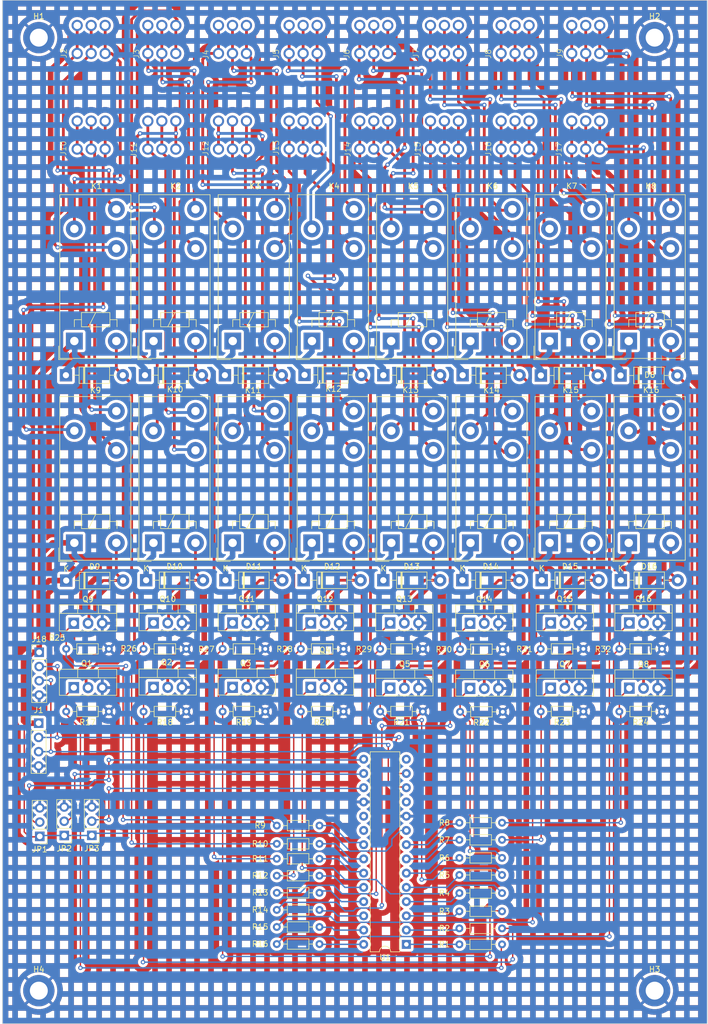
<source format=kicad_pcb>
(kicad_pcb (version 20221018) (generator pcbnew)
  (layers (0 "F.Cu" signal) (31 "B.Cu" signal) (34 "B.Paste" user) (35 "F.Paste" user) (36 "B.SilkS" user "B.Silkscreen") (37 "F.SilkS" user "F.Silkscreen") (38 "B.Mask" user) (39 "F.Mask" user) (44 "Edge.Cuts" user))
  (net 0 "")
  (net 1 "VCC")
  (net 2 "Net-(D1-A)")
  (net 3 "Net-(D2-A)")
  (net 4 "Net-(D3-A)")
  (net 5 "Net-(D4-A)")
  (net 6 "Net-(D5-A)")
  (net 7 "Net-(D6-A)")
  (net 8 "Net-(D7-A)")
  (net 9 "Net-(D8-A)")
  (net 10 "Net-(D9-A)")
  (net 11 "Net-(D10-A)")
  (net 12 "Net-(D11-A)")
  (net 13 "Net-(D12-A)")
  (net 14 "Net-(D13-A)")
  (net 15 "Net-(D14-A)")
  (net 16 "Net-(D15-A)")
  (net 17 "Net-(D16-A)")
  (net 18 "GND")
  (net 19 "Net-(J1-Pin_2)")
  (net 20 "Net-(J1-Pin_3)")
  (net 21 "Net-(J2-Pad1)")
  (net 22 "Net-(J2-Pad2)")
  (net 23 "Net-(J2-Pad3)")
  (net 24 "Net-(J3-Pad1)")
  (net 25 "Net-(J3-Pad2)")
  (net 26 "Net-(J3-Pad3)")
  (net 27 "Net-(J4-Pad1)")
  (net 28 "Net-(J4-Pad2)")
  (net 29 "Net-(J4-Pad3)")
  (net 30 "Net-(J5-Pad1)")
  (net 31 "Net-(J5-Pad2)")
  (net 32 "Net-(J5-Pad3)")
  (net 33 "Net-(J6-Pad1)")
  (net 34 "Net-(J6-Pad2)")
  (net 35 "Net-(J6-Pad3)")
  (net 36 "Net-(J7-Pad1)")
  (net 37 "Net-(J7-Pad2)")
  (net 38 "Net-(J7-Pad3)")
  (net 39 "Net-(J8-Pad1)")
  (net 40 "Net-(J8-Pad2)")
  (net 41 "Net-(J8-Pad3)")
  (net 42 "Net-(J9-Pad1)")
  (net 43 "Net-(J9-Pad2)")
  (net 44 "Net-(J9-Pad3)")
  (net 45 "Net-(J10-Pad1)")
  (net 46 "Net-(J10-Pad2)")
  (net 47 "Net-(J10-Pad3)")
  (net 48 "Net-(J11-Pad1)")
  (net 49 "Net-(J11-Pad2)")
  (net 50 "Net-(J11-Pad3)")
  (net 51 "Net-(J12-Pad1)")
  (net 52 "Net-(J12-Pad2)")
  (net 53 "Net-(J12-Pad3)")
  (net 54 "Net-(J13-Pad1)")
  (net 55 "Net-(J13-Pad2)")
  (net 56 "Net-(J13-Pad3)")
  (net 57 "Net-(J14-Pad1)")
  (net 58 "Net-(J14-Pad2)")
  (net 59 "Net-(J14-Pad3)")
  (net 60 "Net-(J15-Pad1)")
  (net 61 "Net-(J15-Pad2)")
  (net 62 "Net-(J15-Pad3)")
  (net 63 "Net-(J16-Pad1)")
  (net 64 "Net-(J16-Pad2)")
  (net 65 "Net-(J16-Pad3)")
  (net 66 "Net-(J17-Pad1)")
  (net 67 "Net-(J17-Pad2)")
  (net 68 "Net-(J17-Pad3)")
  (net 69 "/AD0")
  (net 70 "/AD1")
  (net 71 "/AD2")
  (net 72 "/b0")
  (net 73 "/b1")
  (net 74 "/b2")
  (net 75 "/b3")
  (net 76 "/b4")
  (net 77 "/b5")
  (net 78 "/b6")
  (net 79 "/b7")
  (net 80 "/a0")
  (net 81 "/a1")
  (net 82 "/a2")
  (net 83 "/a3")
  (net 84 "/a4")
  (net 85 "/a5")
  (net 86 "/a6")
  (net 87 "/a7")
  (net 88 "Net-(U1-GPB0)")
  (net 89 "Net-(U1-GPB1)")
  (net 90 "Net-(U1-GPB2)")
  (net 91 "Net-(U1-GPB3)")
  (net 92 "Net-(U1-GPB4)")
  (net 93 "Net-(U1-GPB5)")
  (net 94 "Net-(U1-GPB6)")
  (net 95 "Net-(U1-GPB7)")
  (net 96 "Net-(U1-GPA0)")
  (net 97 "Net-(U1-GPA1)")
  (net 98 "Net-(U1-GPA2)")
  (net 99 "Net-(U1-GPA3)")
  (net 100 "Net-(U1-GPA4)")
  (net 101 "Net-(U1-GPA5)")
  (net 102 "Net-(U1-GPA6)")
  (net 103 "Net-(U1-GPA7)")
  (footprint "Relay_THT:Relay_SPDT_Finder_40.31" (layer "F.Cu") (at 26.3458 74.1172 90)
    (fp_text reference "K1")
    (fp_text value "FINDER-40.31")
  )
  (footprint "Resistor_THT:R_Axial_DIN0204_L3.6mm_D1.6mm_P7.62mm_Horizontal" (layer "F.Cu") (at 46.3296 140.208 180)
    (fp_text reference "R18")
    (fp_text value "100kR")
  )
  (footprint "Resistor_THT:R_Axial_DIN0204_L3.6mm_D1.6mm_P7.62mm_Horizontal" (layer "F.Cu") (at 102.87 129.0828 180)
    (fp_text reference "R30")
    (fp_text value "100kR")
  )
  (footprint "Relay_THT:Relay_SPDT_Finder_40.31" (layer "F.Cu") (at 111.227452 74.1172 90)
    (fp_text reference "K7")
    (fp_text value "FINDER-40.31")
  )
  (footprint "parts_tma_1:AST_041-3" (layer "F.Cu") (at 64.712113 39.878 90)
    (fp_text reference "J13")
    (fp_text value "~")
  )
  (footprint "Relay_THT:Relay_SPDT_Finder_40.31" (layer "F.Cu") (at 54.6158 110.1192 90)
    (fp_text reference "K11")
    (fp_text value "FINDER-40.31")
  )
  (footprint "Resistor_THT:R_Axial_DIN0204_L3.6mm_D1.6mm_P7.62mm_Horizontal" (layer "F.Cu") (at 95.123 160.0454)
    (fp_text reference "R8")
    (fp_text value "100R")
  )
  (footprint "Package_TO_SOT_THT:TO-220-3_Vertical" (layer "F.Cu") (at 68.58 135.89)
    (fp_text reference "Q4")
    (fp_text value "IRFZ24N")
  )
  (footprint "parts_tma_1:AST_041-3" (layer "F.Cu") (at 26.8516 39.878 90)
    (fp_text reference "J10")
    (fp_text value "~")
  )
  (footprint "Diode_THT:D_DO-41_SOD81_P10.16mm_Horizontal" (layer "F.Cu") (at 38.9636 80.2132)
    (fp_text reference "D2" hide)
    (fp_text value "1N4001")
  )
  (footprint "Resistor_THT:R_Axial_DIN0204_L3.6mm_D1.6mm_P7.62mm_Horizontal" (layer "F.Cu") (at 95.123 175.8442)
    (fp_text reference "R3")
    (fp_text value "100R")
  )
  (footprint "Diode_THT:D_DO-41_SOD81_P10.16mm_Horizontal" (layer "F.Cu") (at 95.6564 116.7892)
    (fp_text reference "D14")
    (fp_text value "1N4001")
  )
  (footprint "Resistor_THT:R_Axial_DIN0204_L3.6mm_D1.6mm_P7.62mm_Horizontal" (layer "F.Cu") (at 95.123 172.593)
    (fp_text reference "R4")
    (fp_text value "100R")
  )
  (footprint "Resistor_THT:R_Axial_DIN0204_L3.6mm_D1.6mm_P7.62mm_Horizontal" (layer "F.Cu") (at 74.422 129.032 180)
    (fp_text reference "R28")
    (fp_text value "100kR")
  )
  (footprint "Package_TO_SOT_THT:TO-220-3_Vertical" (layer "F.Cu") (at 97.028 124.46)
    (fp_text reference "Q14")
    (fp_text value "IRFZ24N")
  )
  (footprint "parts_tma_1:AST_041-3" (layer "F.Cu") (at 115.1928 39.878 90)
    (fp_text reference "J17")
    (fp_text value "~")
  )
  (footprint "Resistor_THT:R_Axial_DIN0204_L3.6mm_D1.6mm_P7.62mm_Horizontal" (layer "F.Cu") (at 95.123 166.3192)
    (fp_text reference "R6")
    (fp_text value "100R")
  )
  (footprint "Package_TO_SOT_THT:TO-220-3_Vertical" (layer "F.Cu") (at 54.61 124.4092)
    (fp_text reference "Q11")
    (fp_text value "IRFZ24N")
  )
  (footprint "parts_tma_1:AST_041-3" (layer "F.Cu") (at 102.572626 39.878 90)
    (fp_text reference "J16")
    (fp_text value "~")
  )
  (footprint "Resistor_THT:R_Axial_DIN0204_L3.6mm_D1.6mm_P7.62mm_Horizontal" (layer "F.Cu") (at 95.123 178.8922)
    (fp_text reference "R2")
    (fp_text value "100R")
  )
  (footprint "Relay_THT:Relay_SPDT_Finder_40.31" (layer "F.Cu") (at 97.08051 74.1172 90)
    (fp_text reference "K6")
    (fp_text value "FINDER-40.31")
  )
  (footprint "Relay_THT:Relay_SPDT_Finder_40.31" (layer "F.Cu") (at 54.639684 74.1172 90)
    (fp_text reference "K3")
    (fp_text value "FINDER-40.31")
  )
  (footprint "Diode_THT:D_DO-41_SOD81_P10.16mm_Horizontal" (layer "F.Cu") (at 81.534 116.7892)
    (fp_text reference "D13")
    (fp_text value "1N4001")
  )
  (footprint "Resistor_THT:R_Axial_DIN0204_L3.6mm_D1.6mm_P7.62mm_Horizontal" (layer "F.Cu") (at 70.1294 163.8046 180)
    (fp_text reference "R10")
    (fp_text value "100R")
  )
  (footprint "MountingHole:MountingHole_3.2mm_M3_DIN965_Pad_TopBottom" (layer "F.Cu") (at 20 190)
    (fp_text reference "H4")
    (fp_text value "MountingHole_Pad")
  )
  (footprint "Resistor_THT:R_Axial_DIN0204_L3.6mm_D1.6mm_P7.62mm_Horizontal" (layer "F.Cu") (at 70.1294 178.6382 180)
    (fp_text reference "R15")
    (fp_text value "100R")
  )
  (footprint "parts_tma_1:AST_041-3" (layer "F.Cu") (at 52.091942 39.878 90)
    (fp_text reference "J12")
    (fp_text value "~")
  )
  (footprint "Resistor_THT:R_Axial_DIN0204_L3.6mm_D1.6mm_P7.62mm_Horizontal" (layer "F.Cu") (at 95.123 169.3672)
    (fp_text reference "R5")
    (fp_text value "100R")
  )
  (footprint "parts_tma_1:AST_041-3" (layer "F.Cu") (at 52.091942 22.82 90)
    (fp_text reference "J4")
    (fp_text value "~")
  )
  (footprint "MountingHole:MountingHole_3.2mm_M3_DIN965_Pad_TopBottom" (layer "F.Cu") (at 130 20)
    (fp_text reference "H2")
    (fp_text value "MountingHole_Pad")
  )
  (footprint "Resistor_THT:R_Axial_DIN0204_L3.6mm_D1.6mm_P7.62mm_Horizontal" (layer "F.Cu") (at 117.2718 129.032 180)
    (fp_text reference "R31")
    (fp_text value "100kR")
  )
  (footprint "Package_TO_SOT_THT:TO-220-3_Vertical" (layer "F.Cu") (at 26.252 135.9408)
    (fp_text reference "Q1")
    (fp_text value "IRFZ24N")
  )
  (footprint "Resistor_THT:R_Axial_DIN0204_L3.6mm_D1.6mm_P7.62mm_Horizontal" (layer "F.Cu") (at 117.2718 140.208 180)
    (fp_text reference "R23")
    (fp_text value "100kR")
  )
  (footprint "Package_DIP:DIP-28_W7.62mm" (layer "F.Cu") (at 85.6488 181.737 180)
    (fp_text reference "U1")
    (fp_text value "MCP23017_SP")
  )
  (footprint "Resistor_THT:R_Axial_DIN0204_L3.6mm_D1.6mm_P7.62mm_Horizontal" (layer "F.Cu") (at 70.1294 172.5422 180)
    (fp_text reference "R13")
    (fp_text value "100R")
  )
  (footprint "Diode_THT:D_DO-41_SOD81_P10.16mm_Horizontal" (layer "F.Cu") (at 53.34 116.7892)
    (fp_text reference "D11")
    (fp_text value "1N4001")
  )
  (footprint "Diode_THT:D_DO-41_SOD81_P10.16mm_Horizontal" (layer "F.Cu") (at 24.892 116.84)
    (fp_text reference "D9")
    (fp_text value "1N4001")
  )
  (footprint "Resistor_THT:R_Axial_DIN0204_L3.6mm_D1.6mm_P7.62mm_Horizontal" (layer "F.Cu") (at 131.318 140.208 180)
    (fp_text reference "R24")
    (fp_text value "100kR")
  )
  (footprint "parts_tma_1:AST_041-3" (layer "F.Cu") (at 26.8516 22.82 90)
    (fp_text reference "J2")
    (fp_text value "~")
  )
  (footprint "Relay_THT:Relay_SPDT_Finder_40.31" (layer "F.Cu") (at 82.933568 74.1172 90)
    (fp_text reference "K5")
    (fp_text value "FINDER-40.31")
  )
  (footprint "Resistor_THT:R_Axial_DIN0204_L3.6mm_D1.6mm_P7.62mm_Horizontal" (layer "F.Cu") (at 131.318 129.032 180)
    (fp_text reference "R32")
    (fp_text value "100kR")
  )
  (footprint "Diode_THT:D_DO-41_SOD81_P10.16mm_Horizontal" (layer "F.Cu") (at 81.534 80.2132)
    (fp_text reference "D5" hide)
    (fp_text value "1N4001")
  )
  (footprint "Relay_THT:Relay_SPDT_Finder_40.31" (layer "F.Cu") (at 97.1044 110.1192 90)
    (fp_text reference "K14")
    (fp_text value "FINDER-40.31")
  )
  (footprint "Resistor_THT:R_Axial_DIN0204_L3.6mm_D1.6mm_P7.62mm_Horizontal" (layer "F.Cu") (at 70.1294 166.4716 180)
    (fp_text reference "R11")
    (fp_text value "100R")
  )
  (footprint "Resistor_THT:R_Axial_DIN0204_L3.6mm_D1.6mm_P7.62mm_Horizontal" (layer "F.Cu") (at 74.422 140.208 180)
    (fp_text reference "R20")
    (fp_text value "100kR")
  )
  (footprint "Diode_THT:D_DO-41_SOD81_P10.16mm_Horizontal" (layer "F.Cu") (at 123.9012 80.264)
    (fp_text reference "D8")
    (fp_text value "1N4001")
  )
  (footprint "Resistor_THT:R_Axial_DIN0204_L3.6mm_D1.6mm_P7.62mm_Horizontal" (layer "F.Cu") (at 32.512 129.032 180)
    (fp_text reference "R25")
    (fp_text value "100kR")
  )
  (footprint "parts_tma_1:AST_041-3" (layer "F.Cu") (at 89.952455 39.878 90)
    (fp_text reference "J15")
    (fp_text value "~")
  )
  (footprint "Relay_THT:Relay_SPDT_Finder_40.31" (layer "F.Cu") (at 125.3744 110.1192 90)
    (fp_text reference "K16")
    (fp_text value "FINDER-40.31")
  )
  (footprint "Relay_THT:Relay_SPDT_Finder_40.31" (layer "F.Cu") (at 40.492742 74.1172 90)
    (fp_text reference "K2")
    (fp_text value "FINDER-40.31")
  )
  (footprint "MountingHole:MountingHole_3.2mm_M3_DIN965_Pad_TopBottom" (layer "F.Cu") (at 130 190)
    (fp_text reference "H3")
    (fp_text value "MountingHole_Pad")
  )
  (footprint "Connector_PinHeader_2.54mm:PinHeader_1x04_P2.54mm_Vertical" (layer "F.Cu") (at 20.066 129.6416)
    (fp_text reference "J18")
    (fp_text value "Conn_01x04_Pin")
  )
  (footprint "Diode_THT:D_DO-41_SOD81_P10.16mm_Horizontal" (layer "F.Cu") (at 109.6772 80.264)
    (fp_text reference "D7" hide)
    (fp_text value "1N4001")
  )
  (footprint "Resistor_THT:R_Axial_DIN0204_L3.6mm_D1.6mm_P7.62mm_Horizontal" (layer "F.Cu") (at 32.512 140.208 180)
    (fp_text reference "R17")
    (fp_text value "100kR")
  )
  (footprint "Package_TO_SOT_THT:TO-220-3_Vertical" (layer "F.Cu") (at 125.476 136.0424)
    (fp_text reference "Q8")
    (fp_text value "IRFZ24N")
  )
  (footprint "Connector_PinHeader_2.54mm:PinHeader_1x03_P2.54mm_Vertical" (layer "F.Cu") (at 29.464 162.306 180)
    (fp_text reference "JP3")
    (fp_text value "Jumper_3_Open")
  )
  (footprint "Package_TO_SOT_THT:TO-220-3_Vertical" (layer "F.Cu") (at 82.7532 124.4092)
    (fp_text reference "Q13")
    (fp_text value "IRFZ24N")
  )
  (footprint "parts_tma_1:AST_041-3" (layer "F.Cu") (at 77.332284 39.878 90)
    (fp_text reference "J14")
    (fp_text value "~")
  )
  (footprint "Resistor_THT:R_Axial_DIN0204_L3.6mm_D1.6mm_P7.62mm_Horizontal" (layer "F.Cu") (at 88.5952 140.208 180)
    (fp_text reference "R21")
    (fp_text value "100kR")
  )
  (footprint "Resistor_THT:R_Axial_DIN0204_L3.6mm_D1.6mm_P7.62mm_Horizontal" (layer "F.Cu") (at 70.1294 175.5902 180)
    (fp_text reference "R14")
    (fp_text value "100R")
  )
  (footprint "Relay_THT:Relay_SPDT_Finder_40.31" (layer "F.Cu") (at 125.3744 74.1172 90)
    (fp_text reference "K8")
    (fp_text value "FINDER-40.31")
  )
  (footprint "Diode_THT:D_DO-41_SOD81_P10.16mm_Horizontal" (layer "F.Cu") (at 39.1668 116.7892)
    (fp_text reference "D10")
    (fp_text value "1N4001")
  )
  (footprint "MountingHole:MountingHole_3.2mm_M3_DIN965_Pad_TopBottom" (layer "F.Cu") (at 20 20)
    (fp_text reference "H1")
    (fp_text value "MountingHole_Pad")
  )
  (footprint "parts_tma_1:AST_041-3" (layer "F.Cu") (at 77.332284 22.82 90)
    (fp_text reference "J6")
    (fp_text value "~")
  )
  (footprint "Diode_THT:D_DO-41_SOD81_P10.16mm_Horizontal" (layer "F.Cu") (at 123.952 116.7892)
    (fp_text reference "D16")
    (fp_text value "1N4001")
  )
  (footprint "Relay_THT:Relay_SPDT_Finder_40.31" (layer "F.Cu") (at 26.3458 110.1192 90)
    (fp_text reference "K9")
    (fp_text value "FINDER-40.31")
  )
  (footprint "Diode_THT:D_DO-41_SOD81_P10.16mm_Horizontal" (layer "F.Cu") (at 95.7072 80.2132)
    (fp_text reference "D6" hide)
    (fp_text value "1N4001")
  )
  (footprint "Resistor_THT:R_Axial_DIN0204_L3.6mm_D1.6mm_P7.62mm_Horizontal" (layer "F.Cu") (at 70.1294 181.6862 180)
    (fp_text reference "R16")
    (fp_text value "100R")
  )
  (footprint "Resistor_THT:R_Axial_DIN0204_L3.6mm_D1.6mm_P7.62mm_Horizontal" (layer "F.Cu") (at 70.1294 160.5534 180)
    (fp_text reference "R9")
    (fp_text value "100R")
  )
  (footprint "Diode_THT:D_DO-41_SOD81_P10.16mm_Horizontal" (layer "F.Cu") (at 53.2384 80.2132)
    (fp_text reference "D3" hide)
    (fp_text value "1N4001")
  )
  (footprint "Resistor_THT:R_Axial_DIN0204_L3.6mm_D1.6mm_P7.62mm_Horizontal" (layer "F.Cu") (at 95.123 163.0934)
    (fp_text reference "R7")
    (fp_text value "100R")
  )
  (footprint "Package_TO_SOT_THT:TO-220-3_Vertical" (layer "F.Cu") (at 111.4298 124.4092)
    (fp_text reference "Q15")
    (fp_text value "IRFZ24N")
  )
  (footprint "parts_tma_1:AST_041-3" (layer "F.Cu") (at 64.712113 22.82 90)
    (fp_text reference "J5")
    (fp_text value "~")
  )
  (footprint "Connector_PinHeader_2.54mm:PinHeader_1x03_P2.54mm_Vertical" (layer "F.Cu") (at 20.1676 162.4734 180)
    (fp_text reference "JP1")
    (fp_text value "Jumper_3_Open")
  )
  (footprint "parts_tma_1:AST_041-3" (layer "F.Cu") (at 115.1928 22.82 90)
    (fp_text reference "J9")
    (fp_text value "~")
  )
  (footprint "Diode_THT:D_DO-41_SOD81_P10.16mm_Horizontal" (layer "F.Cu") (at 109.8296 116.7892)
    (fp_text reference "D15")
    (fp_text value "1N4001")
  )
  (footprint "Package_TO_SOT_THT:TO-220-3_Vertical" (layer "F.Cu") (at 40.4876 135.89)
    (fp_text reference "Q2")
    (fp_text value "IRFZ24N")
  )
  (footprint "Diode_THT:D_DO-41_SOD81_P10.16mm_Horizontal" (layer "F.Cu") (at 24.8412 80.2132)
    (fp_text reference "D1" hide)
    (fp_text value "1N4001")
  )
  (footprint "Relay_THT:Relay_SPDT_Finder_40.31" (layer "F.Cu") (at 82.9694 110.1192 90)
    (fp_text reference "K13")
    (fp_text value "FINDER-40.31")
  )
  (footprint "Resistor_THT:R_Axial_DIN0204_L3.6mm_D1.6mm_P7.62mm_Horizontal" (layer "F.Cu") (at 60.452 129.032 180)
    (fp_text reference "R27")
    (fp_text value "100kR")
  )
  (footprint "Diode_THT:D_DO-41_SOD81_P10.16mm_Horizontal" (layer "F.Cu") (at 67.31 116.7892)
    (fp_text reference "D12")
    (fp_text value "1N4001")
  )
  (footprint "Relay_THT:Relay_SPDT_Finder_40.31" (layer "F.Cu") (at 111.2394 110.1192 90)
    (fp_text reference "K15")
    (fp_text value "FINDER-40.31")
  )
  (footprint "Package_TO_SOT_THT:TO-220-3_Vertical" (layer "F.Cu") (at 40.4876 124.4092)
    (fp_text reference "Q10")
    (fp_text value "IRFZ24N")
  )
  (footprint "Connector_PinHeader_2.54mm:PinHeader_1x03_P2.54mm_Vertical" (layer "F.Cu") (at 24.5364 162.321 180)
    (fp_text reference "JP2")
    (fp_text value "Jumper_3_Open")
  )
  (footprint "Package_TO_SOT_THT:TO-220-3_Vertical" (layer "F.Cu") (at 82.7532 136.0424)
    (fp_text reference "Q5")
    (fp_text value "IRFZ24N")
  )
  (footprint "Package_TO_SOT_THT:TO-220-3_Vertical" (layer "F.Cu") (at 26.252 124.46)
    (fp_text reference "Q9")
    (fp_text value "IRFZ24N")
  )
  (footprint "parts_tma_1:AST_041-3" (layer "F.Cu") (at 39.471771 22.82 90)
    (fp_text reference "J3")
    (fp_text value "~")
  )
  (footprint "Resistor_THT:R_Axial_DIN0204_L3.6mm_D1.6mm_P7.62mm_Horizontal" (layer "F.Cu") (at 95.123 181.737)
    (fp_text reference "R1")
    (fp_text value "100R")
  )
  (footprint "parts_tma_1:AST_041-3" (layer "F.Cu") (at 102.572626 22.82 90)
    (fp_text reference "J8")
    (fp_text value "~")
  )
  (footprint "Relay_THT:Relay_SPDT_Finder_40.31" (layer "F.Cu") (at 68.7508 110.1192 90)
    (fp_text reference "K12")
    (fp_text value "FINDER-40.31")
  )
  (footprint "parts_tma_1:AST_041-3" (layer "F.Cu") (at 39.471771 39.878 90)
    (fp_text reference "J11")
    (fp_text value "~")
  )
  (footprint "Package_TO_SOT_THT:TO-220-3_Vertical" (layer "F.Cu") (at 125.476 124.4092)
    (fp_text reference "Q16")
    (fp_text value "IRFZ24N")
  )
  (footprint "Resistor_THT:R_Axial_DIN0204_L3.6mm_D1.6mm_P7.62mm_Horizontal" (layer "F.Cu") (at 60.452 140.208 180)
    (fp_text reference "R19")
    (fp_text value "100kR")
  )
  (footprint "Relay_THT:Relay_SPDT_Finder_40.31" (layer "F.Cu") (at 68.786626 74.1172 90)
    (fp_text reference "K4")
    (fp_text value "FINDER-40.31")
  )
  (footprint "Diode_THT:D_DO-41_SOD81_P10.16mm_Horizontal" (layer "F.Cu") (at 67.4624 80.1624)
    (fp_text reference "D4" hide)
    (fp_text value "1N4001")
  )
  (footprint "Connector_PinHeader_2.54mm:PinHeader_1x04_P2.54mm_Vertical" (layer "F.Cu") (at 19.9644 142.2908)
    (fp_text reference "J1")
    (fp_text value "Conn_01x04_Pin")
  )
  (footprint "Package_TO_SOT_THT:TO-220-3_Vertical" (layer "F.Cu") (at 54.61 135.89)
    (fp_text reference "Q3")
    (fp_text value "IRFZ24N")
  )
  (footprint "Package_TO_SOT_THT:TO-220-3_Vertical" (layer "F.Cu") (at 111.4298 136.0424)
    (fp_text reference "Q7")
    (fp_text value "IRFZ24N")
  )
  (footprint "Package_TO_SOT_THT:TO-220-3_Vertical" (layer "F.Cu") (at 97.028 136.0932)
    (fp_text reference "Q6")
    (fp_text value "IRFZ24N")
  )
  (footprint "Resistor_THT:R_Axial_DIN0204_L3.6mm_D1.6mm_P7.62mm_Horizontal" (layer "F.Cu") (at 70.1294 169.4942 180)
    (fp_text reference "R12")
    (fp_text value "100R")
  )
  (footprint "Package_TO_SOT_THT:TO-220-3_Vertical" (layer "F.Cu") (at 68.58 124.4092)
    (fp_text reference "Q12")
    (fp_text value "IRFZ24N")
  )
  (footprint "Relay_THT:Relay_SPDT_Finder_40.31" (layer "F.Cu") (at 40.4808 110.1192 90)
    (fp_text reference "K10")
    (fp_text value "FINDER-40.31")
  )
  (footprint "Resistor_THT:R_Axial_DIN0204_L3.6mm_D1.6mm_P7.62mm_Horizontal" (layer "F.Cu") (at 102.87 140.2588 180)
    (fp_text reference "R22")
    (fp_text value "100kR")
  )
  (footprint "Resistor_THT:R_Axial_DIN0204_L3.6mm_D1.6mm_P7.62mm_Horizontal" (layer "F.Cu") (at 88.5952 129.032 180)
    (fp_text reference "R29")
    (fp_text value "100kR")
  )
  (footprint "parts_tma_1:AST_041-3" (layer "F.Cu") (at 89.952455 22.82 90)
    (fp_text reference "J7")
    (fp_text value "~")
  )
  (footprint "Resistor_THT:R_Axial_DIN0204_L3.6mm_D1.6mm_P7.62mm_Horizontal" (layer "F.Cu") (at 46.3296 129.032 180)
    (fp_text reference "R26")
    (fp_text value "100kR")
  )
  (gr_rect (start 13.5128 13.335) (end 139.3952 195.8848) (stroke (width 0.1)) (fill none) (layer "Edge.Cuts"))
  (segment (start 21.844 116.84) (end 20.066 118.618) (width 1) (layer "F.Cu") (net 1))
  (segment (start 17.272 141.8844) (end 17.6784 142.2908) (width 1) (layer "F.Cu") (net 1))
  (segment (start 20.32 112.268) (end 20.32 80.143) (width 1) (layer "F.Cu") (net 1))
  (segment (start 20.066 118.618) (end 20.066 129.6416) (width 1) (layer "F.Cu") (net 1))
  (segment (start 17.399 161.671) (end 18.288 162.56) (width 0.25) (layer "F.Cu") (net 1))
  (segment (start 26.3458 110.1192) (end 22.4688 110.1192) (width 1) (layer "F.Cu") (net 1))
  (segment (start 20.32 118.364) (end 20.066 118.618) (width 1) (layer "F.Cu") (net 1))
  (segment (start 17.6784 142.2908) (end 19.9644 142.2908) (width 1) (layer "F.Cu") (net 1))
  (segment (start 20.32 80.143) (end 26.3458 74.1172) (width 1) (layer "F.Cu") (net 1))
  (segment (start 20.081 162.56) (end 20.1676 162.4734) (width 0.25) (layer "F.Cu") (net 1))
  (segment (start 20.32 112.268) (end 20.32 118.364) (width 1) (layer "F.Cu") (net 1))
  (segment (start 18.288 162.56) (end 20.081 162.56) (width 0.25) (layer "F.Cu") (net 1))
  (segment (start 17.272 131.2672) (end 17.272 141.8844) (width 1) (layer "F.Cu") (net 1))
  (segment (start 18.8976 129.6416) (end 17.272 131.2672) (width 1) (layer "F.Cu") (net 1))
  (segment (start 24.892 116.84) (end 21.844 116.84) (width 1) (layer "F.Cu") (net 1))
  (segment (start 18.3642 142.2908) (end 17.399 143.256) (width 0.25) (layer "F.Cu") (net 1))
  (segment (start 17.399 143.256) (end 17.399 161.671) (width 0.25) (layer "F.Cu") (net 1))
  (segment (start 20.066 129.6416) (end 18.8976 129.6416) (width 1) (layer "F.Cu") (net 1))
  (segment (start 22.4688 110.1192) (end 20.32 112.268) (width 1) (layer "F.Cu") (net 1))
  (segment (start 38.9636 79.0956) (end 37.592 77.724) (width 1) (layer "B.Cu") (net 1))
  (segment (start 67.4624 79.6544) (end 65.532 77.724) (width 1) (layer "B.Cu") (net 1))
  (segment (start 85.6488 161.417) (end 84.582 161.417) (width 0.25) (layer "B.Cu") (net 1))
  (segment (start 53.34 116.7892) (end 53.34 115.316) (width 1) (layer "B.Cu") (net 1))
  (segment (start 95.504 77.724) (end 93.98 77.724) (width 1) (layer "B.Cu") (net 1))
  (segment (start 66.04 113.792) (end 67.564 113.792) (width 1) (layer "B.Cu") (net 1))
  (segment (start 123.9012 79.1972) (end 122.428 77.724) (width 1) (layer "B.Cu") (net 1))
  (segment (start 123.952 116.7892) (end 123.952 115.316) (width 1) (layer "B.Cu") (net 1))
  (segment (start 95.7072 80.2132) (end 95.7072 79.4512) (width 1) (layer "B.Cu") (net 1))
  (segment (start 82.9694 110.1192) (end 82.9694 112.6106) (width 1) (layer "B.Cu") (net 1))
  (segment (start 53.34 77.724) (end 51.308 77.724) (width 1) (layer "B.Cu") (net 1))
  (segment (start 67.31 116.7892) (end 67.31 115.062) (width 1) (layer "B.Cu") (net 1))
  (segment (start 24.8412 80.2132) (end 24.8412 79.2988) (width 1) (layer "B.Cu") (net 1))
  (segment (start 94.488 113.792) (end 95.504 113.792) (width 1) (layer "B.Cu") (net 1))
  (segment (start 51.308 77.724) (end 39.624 77.724) (width 1) (layer "B.Cu") (net 1))
  (segment (start 39.116 113.792) (end 51.816 113.792) (width 1) (layer "B.Cu") (net 1))
  (segment (start 75.565 165.1) (end 72.39 161.925) (width 0.25) (layer "B.Cu") (net 1))
  (segment (start 82.042 165.1) (end 75.565 165.1) (width 0.25) (layer "B.Cu") (net 1))
  (segment (start 29.845 161.925) (end 29.464 162.306) (width 0.25) (layer "B.Cu") (net 1))
  (segment (start 82.9694 112.6106) (end 81.788 113.792) (width 1) (layer "B.Cu") (net 1))
  (segment (start 93.98 77.724) (end 81.788 77.724) (width 1) (layer "B.Cu") (net 1))
  (segment (start 68.7508 110.1192) (end 68.7508 112.6052) (width 1) (layer "B.Cu") (net 1))
  (segment (start 24.8412 79.2988) (end 26.924 77.216) (width 1) (layer "B.Cu") (net 1))
  (segment (start 81.534 116.7892) (end 81.534 114.554) (width 1) (layer "B.Cu") (net 1))
  (segment (start 123.952 115.316) (end 122.428 113.792) (width 1) (layer "B.Cu") (net 1))
  (segment (start 108.204 77.724) (end 95.504 77.724) (width 1) (layer "B.Cu") (net 1))
  (segment (start 109.8296 114.9096) (end 108.712 113.792) (width 1) (layer "B.Cu") (net 1))
  (segment (start 26.3458 110.1192) (end 26.3458 112.1978) (width 1) (layer "B.Cu") (net 1))
  (segment (start 109.728 113.792) (end 122.428 113.792) (width 1) (layer "B.Cu") (net 1))
  (segment (start 40.4808 112.4272) (end 39.116 113.792) (width 1) (layer "B.Cu") (net 1))
  (segment (start 109.6772 80.264) (end 109.6772 79.1972) (width 1) (layer "B.Cu") (net 1))
  (segment (start 53.34 115.316) (end 51.816 113.792) (width 1) (layer "B.Cu") (net 1))
  (segment (start 95.7072 79.4512) (end 93.98 77.724) (width 1) (layer "B.Cu") (net 1))
  (segment (start 40.4808 110.1192) (end 40.4808 112.4272) (width 1) (layer "B.Cu") (net 1))
  (segment (start 111.2394 110.1192) (end 111.2394 112.2806) (width 1) (layer "B.Cu") (net 1))
  (segment (start 29.449 162.321) (end 24.5364 162.321) (width 0.25) (layer "B.Cu") (net 1))
  (segment (start 67.4624 80.1624) (end 67.4624 79.6544) (width 1) (layer "B.Cu") (net 1))
  (segment (start 68.786626 75.993374) (end 67.056 77.724) (width 1) (layer "B.Cu") (net 1))
  (segment (start 97.08051 74.1172) (end 97.08051 76.14749) (width 1) (layer "B.Cu") (net 1))
  (segment (start 81.534 80.2132) (end 81.534 78.994) (width 1) (layer "B.Cu") (net 1))
  (segment (start 72.39 161.925) (end 29.845 161.925) (width 0.25) (layer "B.Cu") (net 1))
  (segment (start 40.492742 76.855258) (end 39.624 77.724) (width 1) (layer "B.Cu") (net 1))
  (segment (start 26.3458 112.1978) (end 27.94 113.792) (width 1) (layer "B.Cu") (net 1))
  (segment (start 26.924 77.216) (end 26.416 76.708) (width 1) (layer "B.Cu") (net 1))
  (segment (start 65.532 77.724) (end 53.34 77.724) (width 1) (layer "B.Cu") (net 1))
  (segment (start 125.3744 112.3696) (end 123.952 113.792) (width 1) (layer "B.Cu") (net 1))
  (segment (start 39.624 77.724) (end 37.592 77.724) (width 1) (layer "B.Cu") (net 1))
  (segment (start 97.1044 110.1192) (end 97.1044 112.1916) (width 1) (layer "B.Cu") (net 1))
  (segment (start 53.2384 80.2132) (end 53.2384 79.6544) (width 1) (layer "B.Cu") (net 1))
  (segment (start 125.3744 76.8096) (end 124.46 77.724) (width 1) (layer "B.Cu") (net 1))
  (segment (start 95.6564 116.7892) (end 95.6564 114.9604) (width 1) (layer "B.Cu") (net 1))
  (segment (start 37.592 77.724) (end 27.432 77.724) (width 1) (layer "B.Cu") (net 1))
  (segment (start 53.2384 79.6544) (end 51.308 77.724) (width 1) (layer "B.Cu") (net 1))
  (segment (start 81.534 114.554) (end 80.772 113.792) (width 1) (layer "B.Cu") (net 1))
  (segment (start 26.416 74.1874) (end 26.3458 74.1172) (width 1) (layer "B.Cu") (net 1))
  (segment (start 80.772 113.792) (end 81.788 113.792) (width 1) (layer "B.Cu") (net 1))
  (segment (start 81.788 113.792) (end 94.488 113.792) (width 1) (layer "B.Cu") (net 1))
  (segment (start 109.8296 116.7892) (end 109.8296 114.9096) (width 1) (layer "B.Cu") (net 1))
  (segment (start 67.564 113.792) (end 80.772 113.792) (width 1) (layer "B.Cu") (net 1))
  (segment (start 53.34 113.792) (end 66.04 113.792) (width 1) (layer "B.Cu") (net 1))
  (segment (start 38.9636 80.2132) (end 38.9636 79.0956) (width 1) (layer "B.Cu") (net 1))
  (segment (start 24.5364 162.321) (end 20.32 162.321) (width 0.25) (layer "B.Cu") (net 1))
  (segment (start 122.428 113.792) (end 123.952 113.792) (width 1) (layer "B.Cu") (net 1))
  (segment (start 67.056 77.724) (end 65.532 77.724) (width 1) (layer "B.Cu") (net 1))
  (segment (start 125.3744 74.1172) (end 125.3744 76.8096) (width 1) (layer "B.Cu") (net 1))
  (segment (start 123.9012 80.264) (end 123.9012 79.1972) (width 1) (layer "B.Cu") (net 1))
  (segment (start 82.933568 76.578432) (end 81.788 77.724) (width 1) (layer "B.Cu") (net 1))
  (segment (start 54.639684 74.1172) (end 54.639684 76.424316) (width 1) (layer "B.Cu") (net 1))
  (segment (start 111.2394 112.2806) (end 109.728 113.792) (width 1) (layer "B.Cu") (net 1))
  (segment (start 39.1668 114.8588) (end 38.1 113.792) (width 1) (layer "B.Cu") (net 1))
  (segment (start 54.639684 76.424316) (end 53.34 77.724) (width 1) (layer "B.Cu") (net 1))
  (segment (start 29.464 162.306) (end 29.449 162.321) (width 0.25) (layer "B.Cu") (net 1))
  (segment (start 26.416 76.708) (end 26.416 74.1874) (width 1) (layer "B.Cu") (net 1))
  (segment (start 125.3744 110.1192) (end 125.3744 112.3696) (width 1) (layer "B.Cu") (net 1))
  (segment (start 20.32 162.321) (end 20.1676 162.4734) (width 0.25) (layer "B.Cu") (net 1))
  (segment (start 51.816 113.792) (end 53.34 113.792) (width 1) (layer "B.Cu") (net 1))
  (segment (start 97.1044 112.1916) (end 95.504 113.792) (width 1) (layer "B.Cu") (net 1))
  (segment (start 81.534 78.994) (end 80.264 77.724) (width 1) (layer "B.Cu") (net 1))
  (segment (start 97.08051 76.14749) (end 95.504 77.724) (width 1) (layer "B.Cu") (net 1))
  (segment (start 54.6158 110.1192) (end 54.6158 112.5162) (width 1) (layer "B.Cu") (net 1))
  (segment (start 80.264 77.724) (end 67.056 77.724) (width 1) (layer "B.Cu") (net 1))
  (segment (start 84.582 161.417) (end 83.058 162.941) (width 0.25) (layer "B.Cu") (net 1))
  (segment (start 109.6772 79.1972) (end 108.204 77.724) (width 1) (layer "B.Cu") (net 1))
  (segment (start 54.6158 112.5162) (end 53.34 113.792) (width 1) (layer "B.Cu") (net 1))
  (segment (start 109.728 77.724) (end 108.204 77.724) (width 1) (layer "B.Cu") (net 1))
  (segment (start 95.6564 114.9604) (end 94.488 113.792) (width 1) (layer "B.Cu") (net 1))
  (segment (start 81.788 77.724) (end 80.264 77.724) (width 1) (layer "B.Cu") (net 1))
  (segment (start 111.227452 74.1172) (end 111.227452 76.224548) (width 1) (layer "B.Cu") (net 1))
  (segment (start 122.428 77.724) (end 109.728 77.724) (width 1) (layer "B.Cu") (net 1))
  (segment (start 27.94 113.792) (end 38.1 113.792) (width 1) (layer "B.Cu") (net 1))
  (segment (start 111.227452 76.224548) (end 109.728 77.724) (width 1) (layer "B.Cu") (net 1))
  (segment (start 108.712 113.792) (end 109.728 113.792) (width 1) (layer "B.Cu") (net 1))
  (segment (start 83.058 162.941) (end 83.058 164.084) (width 0.25) (layer "B.Cu") (net 1))
  (segment (start 40.492742 74.1172) (end 40.492742 76.855258) (width 1) (layer "B.Cu") (net 1))
  (segment (start 27.432 77.724) (end 26.924 77.216) (width 1) (layer "B.Cu") (net 1))
  (segment (start 39.1668 116.7892) (end 39.1668 114.8588) (width 1) (layer "B.Cu") (net 1))
  (segment (start 82.933568 74.1172) (end 82.933568 76.578432) (width 1) (layer "B.Cu") (net 1))
  (segment (start 68.786626 74.1172) (end 68.786626 75.993374) (width 1) (layer "B.Cu") (net 1))
  (segment (start 38.1 113.792) (end 39.116 113.792) (width 1) (layer "B.Cu") (net 1))
  (segment (start 24.892 116.84) (end 27.94 113.792) (width 1) (layer "B.Cu") (net 1))
  (segment (start 83.058 164.084) (end 82.042 165.1) (width 0.25) (layer "B.Cu") (net 1))
  (segment (start 67.31 115.062) (end 66.04 113.792) (width 1) (layer "B.Cu") (net 1))
  (segment (start 124.46 77.724) (end 122.428 77.724) (width 1) (layer "B.Cu") (net 1))
  (segment (start 68.7508 112.6052) (end 67.564 113.792) (width 1) (layer "B.Cu") (net 1))
  (segment (start 95.504 113.792) (end 108.712 113.792) (width 1) (layer "B.Cu") (net 1))
  (segment (start 30.48 131.572) (end 28.448 133.604) (width 0.5) (layer "F.Cu") (net 2))
  (segment (start 37.084 128.524) (end 34.036 131.572) (width 0.5) (layer "F.Cu") (net 2))
  (segment (start 28.448 135.5968) (end 28.792 135.9408) (width 0.5) (layer "F.Cu") (net 2))
  (segment (start 33.8458 79.0578) (end 35.0012 80.2132) (width 0.5) (layer "F.Cu") (net 2))
  (segment (start 34.036 131.572) (end 30.48 131.572) (width 0.5) (layer "F.Cu") (net 2))
  (segment (start 28.448 133.604) (end 28.448 135.5968) (width 0.5) (layer "F.Cu") (net 2))
  (segment (start 37.084 115.316) (end 37.084 128.524) (width 0.5) (layer "F.Cu") (net 2))
  (segment (start 36.576 114.808) (end 37.084 115.316) (width 0.5) (layer "F.Cu") (net 2))
  (segment (start 36.576 81.788) (end 36.576 114.808) (width 0.5) (layer "F.Cu") (net 2))
  (segment (start 35.0012 80.2132) (end 36.576 81.788) (width 0.5) (layer "F.Cu") (net 2))
  (segment (start 33.8458 74.1172) (end 33.8458 79.0578) (width 0.5) (layer "F.Cu") (net 2))
  (segment (start 50.8 117.856) (end 51.308 117.348) (width 0.5) (layer "F.Cu") (net 3))
  (segment (start 43.0276 135.89) (end 43.0276 133.2484) (width 0.5) (layer "F.Cu") (net 3))
  (segment (start 44.704 131.572) (end 47.752 131.572) (width 0.5) (layer "F.Cu") (net 3))
  (segment (start 51.308 82.3976) (end 49.1236 80.2132) (width 0.5) (layer "F.Cu") (net 3))
  (segment (start 47.992742 79.082342) (end 49.1236 80.2132) (width 0.5) (layer "F.Cu") (net 3))
  (segment (start 50.8 128.524) (end 50.8 117.856) (width 0.5) (layer "F.Cu") (net 3))
  (segment (start 43.0276 133.2484) (end 44.704 131.572) (width 0.5) (layer "F.Cu") (net 3))
  (segment (start 47.992742 74.1172) (end 47.992742 79.082342) (width 0.5) (layer "F.Cu") (net 3))
  (segment (start 51.308 117.348) (end 51.308 82.3976) (width 0.5) (layer "F.Cu") (net 3))
  (segment (start 47.752 131.572) (end 50.8 128.524) (width 0.5) (layer "F.Cu") (net 3))
  (segment (start 62.139684 74.1172) (end 62.139684 78.954484) (width 0.5) (layer "F.Cu") (net 4))
  (segment (start 57.404 135.636) (end 57.15 135.89) (width 0.5) (layer "F.Cu") (net 4))
  (segment (start 65.532 115.824) (end 65.532 128.524) (width 0.5) (layer "F.Cu") (net 4))
  (segment (start 65.024 115.316) (end 65.532 115.824) (width 0.5) (layer "F.Cu") (net 4))
  (segment (start 65.532 128.524) (end 61.976 132.08) (width 0.5) (layer "F.Cu") (net 4))
  (segment (start 57.404 133.604) (end 57.404 135.636) (width 0.5) (layer "F.Cu") (net 4))
  (segment (start 63.3984 80.2132) (end 65.024 81.8388) (width 0.5) (layer "F.Cu") (net 4))
  (segment (start 65.024 81.8388) (end 65.024 115.316) (width 0.5) (layer "F.Cu") (net 4))
  (segment (start 62.139684 78.954484) (end 63.3984 80.2132) (width 0.5) (layer "F.Cu") (net 4))
  (segment (start 58.928 132.08) (end 57.404 133.604) (width 0.5) (layer "F.Cu") (net 4))
  (segment (start 61.976 132.08) (end 58.928 132.08) (width 0.5) (layer "F.Cu") (net 4))
  (segment (start 76.286626 74.1172) (end 76.286626 78.826626) (width 0.5) (layer "F.Cu") (net 5))
  (segment (start 79.248 81.788) (end 77.6224 80.1624) (width 0.5) (layer "F.Cu") (net 5))
  (segment (start 71.12 133.096) (end 72.644 131.572) (width 0.5) (layer "F.Cu") (net 5))
  (segment (start 71.12 135.89) (end 71.12 133.096) (width 0.5) (layer "F.Cu") (net 5))
  (segment (start 72.644 131.572) (end 76.708 131.572) (width 0.5) (layer "F.Cu") (net 5))
  (segment (start 79.248 129.032) (end 79.248 81.788) (width 0.5) (layer "F.Cu") (net 5))
  (segment (start 76.286626 78.826626) (end 77.6224 80.1624) (width 0.5) (layer "F.Cu") (net 5))
  (segment (start 76.708 131.572) (end 79.248 129.032) (width 0.5) (layer "F.Cu") (net 5))
  (segment (start 90.433568 78.952768) (end 91.694 80.2132) (width 0.5) (layer "F.Cu") (net 6))
  (segment (start 85.344 133.096) (end 85.344 135.9916) (width 0.5) (layer "F.Cu") (net 6))
  (segment (start 90.433568 74.1172) (end 90.433568 78.952768) (width 0.5) (layer "F.Cu") (net 6))
  (segment (start 91.694 80.518) (end 93.472 82.296) (width 0.5) (layer "F.Cu") (net 6))
  (segment (start 85.344 135.9916) (end 85.2932 136.0424) (width 0.5) (layer "F.Cu") (net 6))
  (segment (start 86.36 132.08) (end 85.344 133.096) (width 0.5) (layer "F.Cu") (net 6))
  (segment (start 91.694 80.2132) (end 91.694 80.518) (width 1) (layer "F.Cu") (net 6))
  (segment (start 93.472 129.032) (end 90.424 132.08) (width 0.5) (layer "F.Cu") (net 6))
  (segment (start 90.424 132.08) (end 86.36 132.08) (width 0.5) (layer "F.Cu") (net 6))
  (segment (start 93.472 82.296) (end 93.472 129.032) (width 0.5) (layer "F.Cu") (net 6))
  (segment (start 104.58051 78.92651) (end 105.8672 80.2132) (width 0.5) (layer "F.Cu") (net 7))
  (segment (start 107.696 81.788) (end 107.696 129.032) (width 0.5) (layer "F.Cu") (net 7))
  (segment (start 100.584 131.572) (end 99.568 132.588) (width 0.5) (layer "F.Cu") (net 7))
  (segment (start 104.58051 74.1172) (end 104.58051 78.92651) (width 0.5) (layer "F.Cu") (net 7))
  (segment (start 99.568 132.588) (end 99.568 136.0932) (width 0.5) (layer "F.Cu") (net 7))
  (segment (start 105.156 131.572) (end 100.584 131.572) (width 0.5) (layer "F.Cu") (net 7))
  (segment (start 105.8672 80.2132) (end 106.1212 80.2132) (width 0.5) (layer "F.Cu") (net 7))
  (segment (start 106.1212 80.2132) (end 107.696 81.788) (width 0.5) (layer "F.Cu") (net 7))
  (segment (start 107.696 129.032) (end 105.156 131.572) (width 0.5) (layer "F.Cu") (net 7))
  (segment (start 119.888 80.264) (end 121.92 82.296) (width 0.5) (layer "F.Cu") (net 8))
  (segment (start 118.727452 79.154252) (end 119.8372 80.264) (width 0.5) (layer "F.Cu") (net 8))
  (segment (start 114.3 135.7122) (end 113.9698 136.0424) (width 0.5) (layer "F.Cu") (net 8))
  (segment (start 118.727452 74.1172) (end 118.727452 79.154252) (width 0.5) (layer "F.Cu") (net 8))
  (segment (start 115.316 131.064) (end 114.3 132.08) (width 0.5) (layer "F.Cu") (net 8))
  (segment (start 114.3 132.08) (end 114.3 135.7122) (width 0.5) (layer "F.Cu") (net 8))
  (segment (start 119.888 131.064) (end 115.316 131.064) (width 0.5) (layer "F.Cu") (net 8))
  (segment (start 121.92 129.032) (end 119.888 131.064) (width 0.5) (layer "F.Cu") (net 8))
  (segment (start 121.92 82.296) (end 121.92 129.032) (width 0.5) (layer "F.Cu") (net 8))
  (segment (start 119.8372 80.264) (end 119.888 80.264) (width 0.5) (layer "F.Cu") (net 8))
  (segment (start 135.128 132.588) (end 129.54 132.588) (width 0.5) (layer "F.Cu") (net 9))
  (segment (start 128.016 134.112) (end 128.016 136.0424) (width 0.5) (layer "F.Cu") (net 9))
  (segment (start 129.54 132.588) (end 128.016 134.112) (width 0.5) (layer "F.Cu") (net 9))
  (segment (start 132.8744 74.1172) (end 132.8744 79.0772) (width 0.5) (layer "F.Cu") (net 9))
  (segment (start 136.652 82.8548) (end 136.652 131.064) (width 0.5) (layer "F.Cu") (net 9))
  (segment (start 132.8744 79.0772) (end 134.0612 80.264) (width 0.5) (layer "F.Cu") (net 9))
  (segment (start 134.0612 80.264) (end 136.652 82.8548) (width 0.5) (layer "F.Cu") (net 9))
  (segment (start 136.652 131.064) (end 135.128 132.588) (width 0.5) (layer "F.Cu") (net 9))
  (segment (start 33.8458 110.1192) (end 33.8458 115.6338) (width 0.5) (layer "F.Cu") (net 10))
  (segment (start 35.052 116.84) (end 31.496 116.84) (width 0.5) (layer "F.Cu") (net 10))
  (segment (start 33.8458 115.6338) (end 35.052 116.84) (width 0.5) (layer "F.Cu") (net 10))
  (segment (start 28.956 119.38) (end 28.956 124.296) (width 0.5) (layer "F.Cu") (net 10))
  (segment (start 31.496 116.84) (end 28.956 119.38) (width 0.5) (layer "F.Cu") (net 10))
  (segment (start 28.956 124.296) (end 28.792 124.46) (width 0.5) (layer "F.Cu") (net 10))
  (segment (start 43.18 124.2568) (end 43.0276 124.4092) (width 0.5) (layer "F.Cu") (net 11))
  (segment (start 47.9808 115.4432) (end 49.3268 116.7892) (width 0.5) (layer "F.Cu") (net 11))
  (segment (start 43.18 119.38) (end 43.18 124.2568) (width 0.5) (layer "F.Cu") (net 11))
  (segment (start 49.3268 116.7892) (end 45.7708 116.7892) (width 0.5) (layer "F.Cu") (net 11))
  (segment (start 47.9808 110.1192) (end 47.9808 115.4432) (width 0.5) (layer "F.Cu") (net 11))
  (segment (start 45.7708 116.7892) (end 43.18 119.38) (width 0.5) (layer "F.Cu") (net 11))
  (segment (start 62.1158 115.405) (end 63.5 116.7892) (width 0.5) (layer "F.Cu") (net 12))
  (segment (start 56.896 119.38) (end 56.896 124.1552) (width 0.5) (layer "F.Cu") (net 12))
  (segment (start 63.5 116.7892) (end 59.4868 116.7892) (width 0.5) (layer "F.Cu") (net 12))
  (segment (start 59.4868 116.7892) (end 56.896 119.38) (width 0.5) (layer "F.Cu") (net 12))
  (segment (start 62.1158 110.1192) (end 62.1158 115.405) (width 0.5) (layer "F.Cu") (net 12))
  (segment (start 56.896 124.1552) (end 57.15 124.4092) (width 0.5) (layer "F.Cu") (net 12))
  (segment (start 77.47 116.7892) (end 73.7108 116.7892) (width 0.5) (layer "F.Cu") (net 13))
  (segment (start 76.2508 110.1192) (end 76.2508 115.57) (width 0.5) (layer "F.Cu") (net 13))
  (segment (start 76.2508 115.57) (end 77.47 116.7892) (width 0.5) (layer "F.Cu") (net 13))
  (segment (start 73.7108 116.7892) (end 71.12 119.38) (width 0.5) (layer "F.Cu") (net 13))
  (segment (start 71.12 119.38) (end 71.12 124.4092) (width 0.5) (layer "F.Cu") (net 13))
  (segment (start 85.2932 120.4468) (end 85.2932 124.4092) (width 0.5) (layer "F.Cu") (net 14))
  (segment (start 91.694 116.7892) (end 88.9508 116.7892) (width 0.5) (layer "F.Cu") (net 14))
  (segment (start 90.4694 110.1192) (end 90.4694 115.5646) (width 0.5) (layer "F.Cu") (net 14))
  (segment (start 88.9508 116.7892) (end 85.2932 120.4468) (width 0.5) (layer "F.Cu") (net 14))
  (segment (start 90.4694 115.5646) (end 91.694 116.7892) (width 0.5) (layer "F.Cu") (net 14))
  (segment (start 104.6044 110.1192) (end 104.6044 115.5772) (width 0.5) (layer "F.Cu") (net 15))
  (segment (start 104.6044 115.5772) (end 105.8164 116.7892) (width 0.5) (layer "F.Cu") (net 15))
  (segment (start 99.568 119.38) (end 99.568 124.46) (width 0.5) (layer "F.Cu") (net 15))
  (segment (start 102.1588 116.7892) (end 99.568 119.38) (width 0.5) (layer "F.Cu") (net 15))
  (segment (start 105.8164 116.7892) (end 102.1588 116.7892) (width 0.5) (layer "F.Cu") (net 15))
  (segment (start 113.9698 119.7102) (end 113.9698 124.4092) (width 0.5) (layer "F.Cu") (net 16))
  (segment (start 119.9896 116.7892) (end 116.8908 116.7892) (width 0.5) (layer "F.Cu") (net 16))
  (segment (start 118.7394 110.1192) (end 118.7394 115.539) (width 0.5) (layer "F.Cu") (net 16))
  (segment (start 116.8908 116.7892) (end 113.9698 119.7102) (width 0.5) (layer "F.Cu") (net 16))
  (segment (start 118.7394 115.539) (end 119.9896 116.7892) (width 0.5) (layer "F.Cu") (net 16))
  (segment (start 134.112 116.7892) (end 131.1148 116.7892) (width 0.5) (layer "F.Cu") (net 17))
  (segment (start 128.016 119.888) (end 128.016 124.4092) (width 0.5) (layer "F.Cu") (net 17))
  (segment (start 131.1148 116.7892) (end 128.016 119.888) (width 0.5) (layer "F.Cu") (net 17))
  (segment (start 132.8744 110.1192) (end 132.8744 115.5516) (width 0.5) (layer "F.Cu") (net 17))
  (segment (start 132.8744 115.5516) (end 134.112 116.7892) (width 0.5) (layer "F.Cu") (net 17))
  (segment (start 23.3172 144.78) (end 23.2664 144.8308) (width 0.25) (layer "F.Cu") (net 19))
  (segment (start 83.82 145.288) (end 83.82 150.876) (width 0.25) (layer "F.Cu") (net 19))
  (segment (start 84.328 144.78) (end 83.82 145.288) (width 0.25) (layer "F.Cu") (net 19))
  (segment (start 23.3172 132.1308) (end 23.3172 144.78) (width 0.25) (layer "F.Cu") (net 19))
  (segment (start 84.201 151.257) (end 83.82 150.876) (width 0.25) (layer "F.Cu") (net 19))
  (segment (start 85.6488 151.257) (end 84.201 151.257) (width 0.25) (layer "F.Cu") (net 19))
  (via (at 84.328 144.78) (size 0.8) (drill 0.4) (layers "F.Cu" "B.Cu") (net 19))
  (via (at 23.2664 144.8308) (size 0.8) (drill 0.4) (layers "F.Cu" "B.Cu") (net 19))
  (via (at 23.3172 132.1308) (size 0.8) (drill 0.4) (layers "F.Cu" "B.Cu") (net 19))
  (segment (start 83.7692 144.8308) (end 83.82 144.78) (width 0.25) (layer "B.Cu") (net 19))
  (segment (start 19.9644 144.8308) (end 23.2664 144.8308) (width 0.25) (layer "B.Cu") (net 19))
  (segment (start 83.82 144.78) (end 84.328 144.78) (width 0.25) (layer "B.Cu") (net 19))
  (segment (start 20.066 132.1816) (end 23.2664 132.1816) (width 0.25) (layer "B.Cu") (net 19))
  (segment (start 23.2664 144.8308) (end 83.7692 144.8308) (width 0.25) (layer "B.Cu") (net 19))
  (segment (start 23.2664 132.1816) (end 23.3172 132.1308) (width 0.25) (layer "B.Cu") (net 19))
  (segment (start 83.185 153.67) (end 85.5218 153.67) (width 0.25) (layer "F.Cu") (net 20))
  (segment (start 85.5218 153.67) (end 85.6488 153.797) (width 0.25) (layer "F.Cu") (net 20))
  (segment (start 82.423 152.908) (end 83.185 153.67) (width 0.25) (layer "F.Cu") (net 20))
  (segment (start 22.1488 134.62) (end 22.1488 147.3708) (width 0.25) (layer "F.Cu") (net 20))
  (segment (start 82.423 146.177) (end 82.423 152.908) (width 0.25) (layer "F.Cu") (net 20))
  (via (at 22.1488 147.3708) (size 0.8) (drill 0.4) (layers "F.Cu" "B.Cu") (net 20))
  (via (at 82.423 146.177) (size 0.8) (drill 0.4) (layers "F.Cu" "B.Cu") (net 20))
  (via (at 22.1488 134.62) (size 0.8) (drill 0.4) (layers "F.Cu" "B.Cu") (net 20))
  (segment (start 20.1676 134.62) (end 22.1488 134.62) (width 0.25) (layer "B.Cu") (net 20))
  (segment (start 19.9644 147.3708) (end 22.1488 147.3708) (width 0.25) (layer "B.Cu") (net 20))
  (segment (start 22.1488 147.3708) (end 75.6412 147.3708) (width 0.25) (layer "B.Cu") (net 20))
  (segment (start 20.066 134.7216) (end 20.1676 134.62) (width 0.25) (layer "B.Cu") (net 20))
  (segment (start 82.169 145.923) (end 82.423 146.177) (width 0.25) (layer "B.Cu") (net 20))
  (segment (start 75.6412 147.3708) (end 77.089 145.923) (width 0.25) (layer "B.Cu") (net 20))
  (segment (start 77.089 145.923) (end 82.169 145.923) (width 0.25) (layer "B.Cu") (net 20))
  (segment (start 33.8458 50.6172) (end 32.512 49.2834) (width 0.5) (layer "F.Cu") (net 21))
  (segment (start 23.368 26.3036) (end 26.8516 22.82) (width 0.5) (layer "F.Cu") (net 21))
  (segment (start 23.368 43.688) (end 23.368 26.3036) (width 0.5) (layer "F.Cu") (net 21))
  (segment (start 32.512 49.2834) (end 32.512 43.688) (width 0.5) (layer "F.Cu") (net 21))
  (segment (start 26.8516 17.82) (end 26.8516 22.82) (width 0.5) (layer "F.Cu") (net 21))
  (via (at 23.368 43.688) (size 0.8) (drill 0.4) (layers "F.Cu" "B.Cu") (net 21))
  (via (at 32.512 43.688) (size 0.8) (drill 0.4) (layers "F.Cu" "B.Cu") (net 21))
  (segment (start 32.512 43.688) (end 23.368 43.688) (width 0.5) (layer "B.Cu") (net 21))
  (segment (start 24.384 46.736) (end 24.384 50.8) (width 0.5) (layer "F.Cu") (net 22))
  (segment (start 29.3516 22.82) (end 24.384 27.7876) (width 0.5) (layer "F.Cu") (net 22))
  (segment (start 22.86 52.324) (end 22.86 56.896) (width 0.5) (layer "F.Cu") (net 22))
  (segment (start 29.3516 17.82) (end 29.3516 22.82) (width 0.5) (layer "F.Cu") (net 22))
  (segment (start 24.384 50.8) (end 22.86 52.324) (width 0.5) (layer "F.Cu") (net 22))
  (segment (start 22.86 56.896) (end 23.368 57.404) (width 0.5) (layer "F.Cu") (net 22))
  (segment (start 24.384 27.7876) (end 24.384 46.736) (width 0.5) (layer "F.Cu") (net 22))
  (via (at 23.368 57.404) (size 0.8) (drill 0.4) (layers "F.Cu" "B.Cu") (net 22))
  (segment (start 23.368 57.404) (end 33.6326 57.404) (width 0.5) (layer "B.Cu") (net 22))
  (segment (start 33.6326 57.404) (end 33.8458 57.6172) (width 0.5) (layer "B.Cu") (net 22))
  (segment (start 34.544 24.384) (end 32.98 22.82) (width 0.5) (layer "F.Cu") (net 23))
  (segment (start 26.3458 45.2822) (end 26.416 45.212) (width 0.5) (layer "F.Cu") (net 23))
  (segment (start 26.3458 54.1172) (end 26.3458 45.2822) (width 0.5) (layer "F.Cu") (net 23))
  (segment (start 34.544 45.212) (end 34.544 24.384) (width 0.5) (layer "F.Cu") (net 23))
  (segment (start 31.8516 17.82) (end 31.8516 22.82) (width 0.5) (layer "F.Cu") (net 23))
  (segment (start 32.98 22.82) (end 31.8516 22.82) (width 0.5) (layer "F.Cu") (net 23))
  (via (at 34.544 45.212) (size 0.8) (drill 0.4) (layers "F.Cu" "B.Cu") (net 23))
  (via (at 26.416 45.212) (size 0.8) (drill 0.4) (layers "F.Cu" "B.Cu") (net 23))
  (segment (start 26.416 45.212) (end 34.544 45.212) (width 0.5) (layer "B.Cu") (net 23))
  (segment (start 39.471771 22.82) (end 39.471771 25.755771) (width 0.5) (layer "F.Cu") (net 24))
  (segment (start 39.471771 17.82) (end 39.471771 22.82) (width 0.5) (layer "F.Cu") (net 24))
  (segment (start 47.752 50.376458) (end 47.992742 50.6172) (width 0.5) (layer "F.Cu") (net 24))
  (segment (start 39.471771 25.755771) (end 39.624 25.908) (width 0.5) (layer "F.Cu") (net 24))
  (segment (start 47.752 25.908) (end 47.752 50.376458) (width 0.5) (layer "F.Cu") (net 24))
  (via (at 39.624 25.908) (size 0.8) (drill 0.4) (layers "F.Cu" "B.Cu") (net 24))
  (via (at 47.752 25.908) (size 0.8) (drill 0.4) (layers "F.Cu" "B.Cu") (net 24))
  (segment (start 39.624 25.908) (end 47.752 25.908) (width 0.5) (layer "B.Cu") (net 24))
  (segment (start 46.736 47.752) (end 45.212 49.276) (width 0.5) (layer "F.Cu") (net 25))
  (segment (start 41.971771 27.747771) (end 42.164 27.94) (width 0.5) (layer "F.Cu") (net 25))
  (segment (start 41.971771 17.82) (end 41.971771 22.82) (width 0.5) (layer "F.Cu") (net 25))
  (segment (start 45.212 49.276) (end 45.212 54.836458) (width 0.5) (layer "F.Cu") (net 25))
  (segment (start 46.736 27.94) (end 46.736 47.752) (width 0.5) (layer "F.Cu") (net 25))
  (segment (start 45.212 54.836458) (end 47.992742 57.6172) (width 0.5) (layer "F.Cu") (net 25))
  (segment (start 41.971771 22.82) (end 41.971771 27.747771) (width 0.5) (layer "F.Cu") (net 25))
  (via (at 42.164 27.94) (size 0.8) (drill 0.4) (layers "F.Cu" "B.Cu") (net 25))
  (via (at 46.736 27.94) (size 0.8) (drill 0.4) (layers "F.Cu" "B.Cu") (net 25))
  (segment (start 42.164 27.94) (end 46.736 27.94) (width 0.5) (layer "B.Cu") (net 25))
  (segment (start 40.492742 54.1172) (end 40.64 53.969942) (width 0.5) (layer "F.Cu") (net 26))
  (segment (start 38.1 15.24) (end 43.18 15.24) (width 0.5) (layer "F.Cu") (net 26))
  (segment (start 44.471771 16.996229) (end 44.471771 17.82) (width 0.5) (layer "F.Cu") (net 26))
  (segment (start 43.18 15.24) (end 44.704 16.764) (width 0.5) (layer "F.Cu") (net 26))
  (segment (start 44.471771 17.82) (end 44.471771 22.82) (width 0.5) (layer "F.Cu") (net 26))
  (segment (start 36.576 16.764) (end 38.1 15.24) (width 0.5) (layer "F.Cu") (net 26))
  (segment (start 36.576 50.292) (end 36.576 16.764) (width 0.5) (layer "F.Cu") (net 26))
  (segment (start 44.704 16.764) (end 44.471771 16.996229) (width 0.5) (layer "F.Cu") (net 26))
  (segment (start 40.64 53.969942) (end 40.64 50.292) (width 0.5) (layer "F.Cu") (net 26))
  (via (at 36.576 50.292) (size 0.8) (drill 0.4) (layers "F.Cu" "B.Cu") (net 26))
  (via (at 40.64 50.292) (size 0.8) (drill 0.4) (layers "F.Cu" "B.Cu") (net 26))
  (segment (start 40.64 50.292) (end 36.576 50.292) (width 0.5) (layer "B.Cu") (net 26))
  (segment (start 52.091942 22.82) (end 50.332 22.82) (width 0.5) (layer "F.Cu") (net 27))
  (segment (start 52.091942 17.82) (end 52.091942 22.82) (width 0.5) (layer "F.Cu") (net 27))
  (segment (start 62.484 50.272884) (end 62.139684 50.6172) (width 0.5) (layer "F.Cu") (net 27))
  (segment (start 49.276 46.228) (end 49.276 23.876) (width 0.5) (layer "F.Cu") (net 27))
  (segment (start 50.332 22.82) (end 49.276 23.876) (width 0.5) (layer "F.Cu") (net 27))
  (segment (start 62.484 46.228) (end 62.484 50.272884) (width 0.5) (layer "F.Cu") (net 27))
  (via (at 49.276 46.228) (size 0.8) (drill 0.4) (layers "F.Cu" "B.Cu") (net 27))
  (via (at 62.484 46.228) (size 0.8) (drill 0.4) (layers "F.Cu" "B.Cu") (net 27))
  (segment (start 62.484 46.228) (end 49.276 46.228) (width 0.5) (layer "B.Cu") (net 27))
  (segment (start 65.024 54.732884) (end 62.139684 57.6172) (width 0.5) (layer "F.Cu") (net 28))
  (segment (start 62.484 25.908) (end 62.484 43.688) (width 0.5) (layer "F.Cu") (net 28))
  (segment (start 54.591942 25.635942) (end 54.864 25.908) (width 0.5) (layer "F.Cu") (net 28))
  (segment (start 65.024 46.228) (end 65.024 54.732884) (width 0.5) (layer "F.Cu") (net 28))
  (segment (start 62.484 43.688) (end 65.024 46.228) (width 0.5) (layer "F.Cu") (net 28))
  (segment (start 54.591942 22.82) (end 54.591942 25.635942) (width 0.5) (layer "F.Cu") (net 28))
  (segment (start 54.591942 17.82) (end 54.591942 22.82) (width 0.5) (layer "F.Cu") (net 28))
  (via (at 54.864 25.908) (size 0.8) (drill 0.4) (layers "F.Cu" "B.Cu") (net 28))
  (via (at 62.484 25.908) (size 0.8) (drill 0.4) (layers "F.Cu" "B.Cu") (net 28))
  (segment (start 54.864 25.908) (end 62.484 25.908) (width 0.5) (layer "B.Cu") (net 28))
  (segment (start 57.912 23.640058) (end 57.091942 22.82) (width 0.5) (layer "F.Cu") (net 29))
  (segment (start 57.912 27.94) (end 57.912 23.640058) (width 0.5) (layer "F.Cu") (net 29))
  (segment (start 57.091942 17.82) (end 57.091942 22.82) (width 0.5) (layer "F.Cu") (net 29))
  (segment (start 50.292 49.769516) (end 54.639684 54.1172) (width 0.5) (layer "F.Cu") (net 29))
  (segment (start 50.292 27.94) (end 50.292 49.769516) (width 0.5) (layer "F.Cu") (net 29))
  (via (at 57.912 27.94) (size 0.8) (drill 0.4) (layers "F.Cu" "B.Cu") (net 29))
  (via (at 50.292 27.94) (size 0.8) (drill 0.4) (layers "F.Cu" "B.Cu") (net 29))
  (segment (start 57.912 27.94) (end 50.292 27.94) (width 0.5) (layer "B.Cu") (net 29))
  (segment (start 74.676 49.006574) (end 76.286626 50.6172) (width 0.5) (layer "F.Cu") (net 30))
  (segment (start 64.712113 22.82) (end 64.712113 25.711887) (width 0.5) (layer "F.Cu") (net 30))
  (segment (start 64.712113 17.82) (end 64.712113 22.82) (width 0.5) (layer "F.Cu") (net 30))
  (segment (start 64.712113 25.711887) (end 64.516 25.908) (width 0.5) (layer "F.Cu") (net 30))
  (segment (start 74.676 25.908) (end 74.676 49.006574) (width 0.5) (layer "F.Cu") (net 30))
  (via (at 74.676 25.908) (size 0.8) (drill 0.4) (layers "F.Cu" "B.Cu") (net 30))
  (via (at 64.516 25.908) (size 0.8) (drill 0.4) (layers "F.Cu" "B.Cu") (net 30))
  (segment (start 64.516 25.908) (end 74.676 25.908) (width 0.5) (layer "B.Cu") (net 30))
  (segment (start 67.212113 17.82) (end 67.212113 22.82) (width 0.5) (layer "F.Cu") (net 31))
  (segment (start 73.66 54.990574) (end 76.286626 57.6172) (width 0.5) (layer "F.Cu") (net 31))
  (segment (start 67.212113 22.82) (end 67.212113 26.767887) (width 0.5) (layer "F.Cu") (net 31))
  (segment (start 67.212113 26.767887) (end 67.056 26.924) (width 0.5) (layer "F.Cu") (net 31))
  (segment (start 73.152 41.656) (end 73.66 42.164) (width 0.5) (layer "F.Cu") (net 31))
  (segment (start 73.152 26.924) (end 73.152 41.656) (width 0.5) (layer "F.Cu") (net 31))
  (segment (start 73.66 42.164) (end 73.66 54.990574) (width 0.5) (layer "F.Cu") (net 31))
  (via (at 73.152 26.924) (size 0.8) (drill 0.4) (layers "F.Cu" "B.Cu") (net 31))
  (via (at 67.056 26.924) (size 0.8) (drill 0.4) (layers "F.Cu" "B.Cu") (net 31))
  (segment (start 67.056 26.924) (end 73.152 26.924) (width 0.5) (layer "B.Cu") (net 31))
  (segment (start 69.712113 17.82) (end 69.712113 22.82) (width 0.5) (layer "F.Cu") (net 32))
  (segment (start 69.712113 31.612113) (end 72.136 34.036) (width 0.5) (layer "F.Cu") (net 32))
  (segment (start 69.712113 22.82) (end 69.712113 31.612113) (width 0.5) (layer "F.Cu") (net 32))
  (via (at 72.136 34.036) (size 0.8) (drill 0.4) (layers "F.Cu" "B.Cu") (net 32))
  (segment (start 68.58 53.910574) (end 68.786626 54.1172) (width 0.5) (layer "B.Cu") (net 32))
  (segment (start 72.136 34.036) (end 72.136 43.688) (width 0.5) (layer "B.Cu") (net 32))
  (segment (start 72.136 43.688) (end 68.58 47.244) (width 0.5) (layer "B.Cu") (net 32))
  (segment (start 68.58 47.244) (end 68.58 53.910574) (width 0.5) (layer "B.Cu") (net 32))
  (segment (start 77.332284 17.82) (end 77.332284 22.82) (width 0.5) (layer "F.Cu") (net 33))
  (segment (start 77.216 27.432) (end 77.216 22.936284) (width 0.5) (layer "F.Cu") (net 33))
  (segment (start 77.216 22.936284) (end 77.332284 22.82) (width 0.5) (layer "F.Cu") (net 33))
  (segment (start 81.788 50.292) (end 81.788 43.18) (width 0.5) (layer "F.Cu") (net 33))
  (segment (start 81.788 43.18) (end 82.296 42.672) (width 0.5) (layer "F.Cu") (net 33))
  (segment (start 85.344 27.94) (end 84.836 27.432) (width 0.5) (layer "F.Cu") (net 33))
  (segment (start 85.344 39.624) (end 85.344 27.94) (width 0.5) (layer "F.Cu") (net 33))
  (via (at 84.836 27.432) (size 0.8) (drill 0.4) (layers "F.Cu" "B.Cu") (net 33))
  (via (at 77.216 27.432) (size 0.8) (drill 0.4) (layers "F.Cu" "B.Cu") (net 33))
  (via (at 85.344 39.624) (size 0.8) (drill 0.4) (layers "F.Cu" "B.Cu") (net 33))
  (via (at 81.788 50.292) (size 0.8) (drill 0.4) (layers "F.Cu" "B.Cu") (net 33))
  (via (at 82.296 42.672) (size 0.8) (drill 0.4) (layers "F.Cu" "B.Cu") (net 33))
  (segment (start 90.433568 50.6172) (end 82.1132 50.6172) (width 0.5) (layer "B.Cu") (net 33))
  (segment (start 82.1132 50.6172) (end 81.788 50.292) (width 0.5) (layer "B.Cu") (net 33))
  (segment (start 84.836 27.432) (end 77.216 27.432) (width 0.5) (layer "B.Cu") (net 33))
  (segment (start 82.296 42.672) (end 85.344 39.624) (width 0.5) (layer "B.Cu") (net 33))
  (segment (start 79.832284 22.82) (end 79.832284 25.831716) (width 0.5) (layer "F.Cu") (net 34))
  (segment (start 79.832284 25.831716) (end 79.756 25.908) (width 0.5) (layer "F.Cu") (net 34))
  (segment (start 79.832284 17.82) (end 79.832284 22.82) (width 0.5) (layer "F.Cu") (net 34))
  (segment (start 88.392 25.908) (end 88.392 55.575632) (width 0.5) (layer "F.Cu") (net 34))
  (segment (start 88.392 55.575632) (end 90.433568 57.6172) (width 0.5) (layer "F.Cu") (net 34))
  (via (at 88.392 25.908) (size 0.8) (drill 0.4) (layers "F.Cu" "B.Cu") (net 34))
  (via (at 79.756 25.908) (size 0.8) (drill 0.4) (layers "F.Cu" "B.Cu") (net 34))
  (segment (start 79.756 25.908) (end 88.392 25.908) (width 0.5) (layer "B.Cu") (net 34))
  (segment (start 82.332284 17.82) (end 82.332284 22.82) (width 0.5) (layer "F.Cu") (net 35))
  (segment (start 82.933568 54.1172) (end 82.933568 44.574432) (width 0.5) (layer "F.Cu") (net 35))
  (segment (start 82.372284 22.86) (end 82.332284 22.82) (width 0.5) (layer "F.Cu") (net 35))
  (segment (start 85.344 22.86) (end 82.372284 22.86) (width 0.5) (layer "F.Cu") (net 35))
  (segment (start 86.868 44.196) (end 86.868 24.384) (width 0.5) (layer "F.Cu") (net 35))
  (segment (start 82.933568 44.574432) (end 83.312 44.196) (width 0.5) (layer "F.Cu") (net 35))
  (segment (start 86.868 24.384) (end 85.344 22.86) (width 0.5) (layer "F.Cu") (net 35))
  (via (at 83.312 44.196) (size 0.8) (drill 0.4) (layers "F.Cu" "B.Cu") (net 35))
  (via (at 86.868 44.196) (size 0.8) (drill 0.4) (layers "F.Cu" "B.Cu") (net 35))
  (segment (start 83.312 44.196) (end 86.868 44.196) (width 0.5) (layer "B.Cu") (net 35))
  (segment (start 89.952455 17.82) (end 89.952455 22.82) (width 0.5) (layer "F.Cu") (net 36))
  (segment (start 100.584 48.768) (end 102.616 50.8) (width 0.5) (layer "F.Cu") (net 36))
  (segment (start 102.616 50.8) (end 104.39771 50.8) (width 0.5) (layer "F.Cu") (net 36))
  (segment (start 89.952455 22.82) (end 89.916 22.856455) (width 0.5) (layer "F.Cu") (net 36))
  (segment (start 89.916 22.856455) (end 89.916 30.988) (width 0.5) (layer "F.Cu") (net 36))
  (segment (start 104.39771 50.8) (end 104.58051 50.6172) (width 0.5) (layer "F.Cu") (net 36))
  (segment (start 100.584 30.988) (end 100.584 48.768) (width 0.5) (layer "F.Cu") (net 36))
  (via (at 89.916 30.988) (size 0.8) (drill 0.4) (layers "F.Cu" "B.Cu") (net 36))
  (via (at 100.584 30.988) (size 0.8) (drill 0.4) (layers "F.Cu" "B.Cu") (net 36))
  (segment (start 89.916 30.988) (end 100.584 30.988) (width 0.5) (layer "B.Cu") (net 36))
  (segment (start 92.452455 22.82) (end 92.452455 32.000455) (width 0.5) (layer "F.Cu") (net 37))
  (segment (start 99.568 32.004) (end 99.568 50.292) (width 0.5) (layer "F.Cu") (net 37))
  (segment (start 104.58051 55.30451) (end 104.58051 57.6172) (width 0.5) (layer "F.Cu") (net 37))
  (segment (start 99.568 50.292) (end 104.58051 55.30451) (width 0.5) (layer "F.Cu") (net 37))
  (segment (start 92.452455 32.000455) (end 92.456 32.004) (width 0.5) (layer "F.Cu") (net 37))
  (segment (start 92.452455 17.82) (end 92.452455 22.82) (width 0.5) (layer "F.Cu") (net 37))
  (via (at 92.456 32.004) (size 0.8) (drill 0.4) (layers "F.Cu" "B.Cu") (net 37))
  (via (at 99.568 32.004) (size 0.8) (drill 0.4) (layers "F.Cu" "B.Cu") (net 37))
  (segment (start 92.456 32.004) (end 99.568 32.004) (width 0.5) (layer "B.Cu") (net 37))
  (segment (start 97.028 54.06469) (end 97.08051 54.1172) (width 0.5) (layer "F.Cu") (net 38))
  (segment (start 94.952455 31.452455) (end 97.028 33.528) (width 0.5) (layer "F.Cu") (net 38))
  (segment (start 94.952455 17.82) (end 94.952455 22.82) (width 0.5) (layer "F.Cu") (net 38))
  (segment (start 97.028 33.528) (end 97.028 54.06469) (width 0.5) (layer "F.Cu") (net 38))
  (segment (start 94.952455 22.82) (end 94.952455 31.452455) (width 0.5) (layer "F.Cu") (net 38))
  (segment (start 113.284 47.244) (end 113.792 47.752) (width 0.5) (layer "F.Cu") (net 39))
  (segment (start 102.572626 22.82) (end 102.616 22.863374) (width 0.5) (layer "F.Cu") (net 39))
  (segment (start 113.284 30.988) (end 113.284 47.244) (width 0.5) (layer "F.Cu") (net 39))
  (segment (start 102.572626 17.82) (end 102.572626 22.82) (width 0.5) (layer "F.Cu") (net 39))
  (segment (start 102.616 22.863374) (end 102.616 30.988) (width 0.5) (layer "F.Cu") (net 39))
  (via (at 113.284 30.988) (size 0.8) (drill 0.4) (layers "F.Cu" "B.Cu") (net 39))
  (via (at 102.616 30.988) (size 0.8) (drill 0.4) (layers "F.Cu" "B.Cu") (net 39))
  (via (at 113.792 47.752) (size 0.8) (drill 0.4) (layers "F.Cu" "B.Cu") (net 39))
  (segment (start 113.792 47.752) (end 115.862252 47.752) (width 0.5) (layer "B.Cu") (net 39))
  (segment (start 102.616 30.988) (end 113.284 30.988) (width 0.5) (layer "B.Cu") (net 39))
  (segment (start 115.862252 47.752) (end 118.727452 50.6172) (width 0.5) (layer "B.Cu") (net 39))
  (segment (start 112.268 48.26) (end 113.284 49.276) (width 0.5) (layer "F.Cu") (net 40))
  (segment (start 105.072626 22.82) (end 105.072626 31.920626) (width 0.5) (layer "F.Cu") (net 40))
  (segment (start 112.268 32.004) (end 112.268 48.26) (width 0.5) (layer "F.Cu") (net 40))
  (segment (start 116.332 55.221748) (end 118.727452 57.6172) (width 0.5) (layer "F.Cu") (net 40))
  (segment (start 105.072626 31.920626) (end 105.156 32.004) (width 0.5) (layer "F.Cu") (net 40))
  (segment (start 113.284 49.276) (end 114.808 49.276) (width 0.5) (layer "F.Cu") (net 40))
  (segment (start 116.332 50.8) (end 116.332 55.221748) (width 0.5) (layer "F.Cu") (net 40))
  (segment (start 105.072626 17.82) (end 105.072626 22.82) (width 0.5) (layer "F.Cu") (net 40))
  (segment (start 114.808 49.276) (end 116.332 50.8) (width 0.5) (layer "F.Cu") (net 40))
  (via (at 105.156 32.004) (size 0.8) (drill 0.4) (layers "F.Cu" "B.Cu") (net 40))
  (via (at 112.268 32.004) (size 0.8) (drill 0.4) (layers "F.Cu" "B.Cu") (net 40))
  (segment (start 105.156 32.004) (end 112.268 32.004) (width 0.5) (layer "B.Cu") (net 40))
  (segment (start 110.236 53.125748) (end 111.227452 54.1172) (width 0.5) (layer "F.Cu") (net 41))
  (segment (start 107.572626 28.324626) (end 110.236 30.988) (width 0.5) (layer "F.Cu") (net 41))
  (segment (start 110.236 30.988) (end 110.236 53.125748) (width 0.5) (layer "F.Cu") (net 41))
  (segment (start 107.572626 22.82) (end 107.572626 28.324626) (width 0.5) (layer "F.Cu") (net 41))
  (segment (start 107.572626 17.82) (end 107.572626 22.82) (width 0.5) (layer "F.Cu") (net 41))
  (segment (start 115.1928 17.82) (end 115.1928 22.82) (width 0.5) (layer "F.Cu") (net 42))
  (segment (start 115.316 30.48) (end 115.316 22.9432) (width 0.5) (layer "F.Cu") (net 42))
  (segment (start 132.8744 50.6172) (end 132.8744 30.7664) (width 0.5) (layer "F.Cu") (net 42))
  (segment (start 132.8744 30.7664) (end 132.588 30.48) (width 0.5) (layer "F.Cu") (net 42))
  (segment (start 115.316 22.9432) (end 115.1928 22.82) (width 0.5) (layer "F.Cu") (net 42))
  (via (at 132.588 30.48) (size 0.8) (drill 0.4) (layers "F.Cu" "B.Cu") (net 42))
  (via (at 115.316 30.48) (size 0.8) (drill 0.4) (layers "F.Cu" "B.Cu") (net 42))
  (segment (start 132.588 30.48) (end 115.316 30.48) (width 0.5) (layer "B.Cu") (net 42))
  (segment (start 131.2772 57.6172) (end 132.8744 57.6172) (width 0.5) (layer "F.Cu") (net 43))
  (segment (start 117.6928 17.82) (end 117.6928 22.82) (width 0.5) (layer "F.Cu") (net 43))
  (segment (start 117.856 22.9832) (end 117.856 32.004) (width 0.5) (layer "F.Cu") (net 43))
  (segment (start 129.54 32.004) (end 129.54 55.88) (width 0.5) (layer "F.Cu") (net 43))
  (segment (start 129.54 55.88) (end 131.2772 57.6172) (width 0.5) (layer "F.Cu") (net 43))
  (segment (start 117.6928 22.82) (end 117.856 22.9832) (width 0.5) (layer "F.Cu") (net 43))
  (via (at 117.856 32.004) (size 0.8) (drill 0.4) (layers "F.Cu" "B.Cu") (net 43))
  (via (at 129.54 32.004) (size 0.8) (drill 0.4) (layers "F.Cu" "B.Cu") (net 43))
  (segment (start 117.856 32.004) (end 129.54 32.004) (width 0.5) (layer "B.Cu") (net 43))
  (segment (start 125.3744 23.2664) (end 124.968 22.86) (width 0.5) (layer "F.Cu") (net 44))
  (segment (start 125.3744 54.1172) (end 125.3744 23.2664) (width 0.5) (layer "F.Cu") (net 44))
  (segment (start 120.1928 17.82) (end 120.1928 22.82) (width 0.5) (layer "F.Cu") (net 44))
  (via (at 124.968 22.86) (size 0.8) (drill 0.4) (layers "F.Cu" "B.Cu") (net 44))
  (segment (start 120.2328 22.86) (end 120.1928 22.82) (width 0.5) (layer "B.Cu") (net 44))
  (segment (start 124.968 22.86) (end 120.2328 22.86) (width 0.5) (layer "B.Cu") (net 44))
  (segment (start 26.8516 34.878) (end 26.8516 39.878) (width 0.5) (layer "F.Cu") (net 45))
  (segment (start 28.956 85.852) (end 29.464 86.36) (width 0.5) (layer "F.Cu") (net 45))
  (segment (start 28.956 54.356) (end 28.956 85.852) (width 0.5) (layer "F.Cu") (net 45))
  (segment (start 26.8516 39.878) (end 28.956 41.9824) (width 0.5) (layer "F.Cu") (net 45))
  (segment (start 28.956 41.9824) (end 28.956 54.356) (width 0.5) (layer "F.Cu") (net 45))
  (via (at 29.464 86.36) (size 0.8) (drill 0.4) (layers "F.Cu" "B.Cu") (net 45))
  (segment (start 29.464 86.36) (end 33.5866 86.36) (width 0.5) (layer "B.Cu") (net 45))
  (segment (start 33.5866 86.36) (end 33.8458 86.6192) (width 0.5) (layer "B.Cu") (net 45))
  (segment (start 29.972 84.328) (end 30.988 85.344) (width 0.5) (layer "F.Cu") (net 46))
  (segment (start 29.972 40.4984) (end 29.972 84.328) (width 0.5) (layer "F.Cu") (net 46))
  (segment (start 29.3516 39.878) (end 29.972 40.4984) (width 0.5) (layer "F.Cu") (net 46))
  (segment (start 29.3516 34.878) (end 29.3516 39.878) (width 0.5) (layer "F.Cu") (net 46))
  (segment (start 30.988 85.344) (end 30.988 90.7614) (width 0.5) (layer "F.Cu") (net 46))
  (segment (start 30.988 90.7614) (end 33.8458 93.6192) (width 0.5) (layer "F.Cu") (net 46))
  (segment (start 31.8516 39.878) (end 31.8516 41.8084) (width 0.5) (layer "F.Cu") (net 47))
  (segment (start 31.8516 34.878) (end 31.8516 39.878) (width 0.5) (layer "F.Cu") (net 47))
  (segment (start 31.496 42.164) (end 31.496 68.072) (width 0.5) (layer "F.Cu") (net 47))
  (segment (start 17.272 89.408) (end 17.78 89.916) (width 0.5) (layer "F.Cu") (net 47))
  (segment (start 31.8516 41.8084) (end 31.496 42.164) (width 0.5) (layer "F.Cu") (net 47))
  (segment (start 17.272 68.58) (end 17.272 89.408) (width 0.5) (layer "F.Cu") (net 47))
  (via (at 17.272 68.58) (size 0.8) (drill 0.4) (layers "F.Cu" "B.Cu") (net 47))
  (via (at 17.78 89.916) (size 0.8) (drill 0.4) (layers "F.Cu" "B.Cu") (net 47))
  (via (at 31.496 68.072) (size 0.8) (drill 0.4) (layers "F.Cu" "B.Cu") (net 47))
  (segment (start 18.288 68.072) (end 17.78 68.58) (width 0.5) (layer "B.Cu") (net 47))
  (segment (start 26.1426 89.916) (end 26.3458 90.1192) (width 0.5) (layer "B.Cu") (net 47))
  (segment (start 17.78 89.916) (end 26.1426 89.916) (width 0.5) (layer "B.Cu") (net 47))
  (segment (start 17.78 68.58) (end 17.272 68.58) (width 0.5) (layer "B.Cu") (net 47))
  (segment (start 31.496 68.072) (end 18.288 68.072) (width 0.5) (layer "B.Cu") (net 47))
  (segment (start 42.672 43.078229) (end 42.672 58.42) (width 0.5) (layer "F.Cu") (net 48))
  (segment (start 42.672 58.42) (end 42.672 86.36) (width 0.5) (layer "F.Cu") (net 48))
  (segment (start 42.672 86.36) (end 43.18 86.868) (width 0.5) (layer "F.Cu") (net 48))
  (segment (start 39.471771 39.878) (end 42.672 43.078229) (width 0.5) (layer "F.Cu") (net 48))
  (segment (start 39.471771 34.878) (end 39.471771 39.878) (width 0.5) (layer "F.Cu") (net 48))
  (via (at 43.18 86.868) (size 0.8) (drill 0.4) (layers "F.Cu" "B.Cu") (net 48))
  (segment (start 47.732 86.868) (end 47.9808 86.6192) (width 0.5) (layer "B.Cu") (net 48))
  (segment (start 43.18 86.868) (end 47.732 86.868) (width 0.5) (layer "B.Cu") (net 48))
  (segment (start 41.971771 39.878) (end 41.971771 40.447771) (width 0.5) (layer "F.Cu") (net 49))
  (segment (start 41.971771 40.447771) (end 44.196 42.672) (width 0.5) (layer "F.Cu") (net 49))
  (segment (start 41.971771 34.878) (end 41.971771 39.878) (width 0.5) (layer "F.Cu") (net 49))
  (segment (start 44.196 42.672) (end 44.196 93.472) (width 0.5) (layer "F.Cu") (net 49))
  (via (at 44.196 93.472) (size 0.8) (drill 0.4) (layers "F.Cu" "B.Cu") (net 49))
  (segment (start 47.8336 93.472) (end 47.9808 93.6192) (width 0.5) (layer "B.Cu") (net 49))
  (segment (start 44.196 93.472) (end 47.8336 93.472) (width 0.5) (layer "B.Cu") (net 49))
  (segment (start 39.624 77.724) (end 41.148 77.724) (width 0.5) (layer "F.Cu") (net 50))
  (segment (start 41.148 89.452) (end 40.4808 90.1192) (width 0.5) (layer "F.Cu") (net 50))
  (segment (start 41.148 77.724) (end 41.148 89.452) (width 0.5) (layer "F.Cu") (net 50))
  (segment (start 44.471771 34.878) (end 44.471771 37.084) (width 0.5) (layer "F.Cu") (net 50))
  (segment (start 37.592 75.692) (end 39.624 77.724) (width 0.5) (layer "F.Cu") (net 50))
  (segment (start 37.592 37.592) (end 37.592 75.692) (width 0.5) (layer "F.Cu") (net 50))
  (segment (start 44.471771 39.878) (end 44.471771 37.084) (width 0.5) (layer "F.Cu") (net 50))
  (segment (start 38.1 37.084) (end 37.592 37.592) (width 0.5) (layer "F.Cu") (net 50))
  (via (at 38.1 37.084) (size 0.8) (drill 0.4) (layers "F.Cu" "B.Cu") (net 50))
  (via (at 44.471771 37.084) (size 0.8) (drill 0.4) (layers "F.Cu" "B.Cu") (net 50))
  (segment (start 44.471771 37.084) (end 38.1 37.084) (width 0.5) (layer "B.Cu") (net 50))
  (segment (start 58.42 42.672) (end 59.944 41.148) (width 0.5) (layer "F.Cu") (net 51))
  (segment (start 52.091942 34.878) (end 52.091942 37.084) (width 0.5) (layer "F.Cu") (net 51))
  (segment (start 58.42 86.36) (end 58.42 42.672) (width 0.5) (layer "F.Cu") (net 51))
  (segment (start 59.944 41.148) (end 59.944 37.592) (width 0.5) (layer "F.Cu") (net 51))
  (segment (start 52.091942 37.084) (end 52.091942 39.878) (width 0.5) (layer "F.Cu") (net 51))
  (via (at 58.42 86.36) (size 0.8) (drill 0.4) (layers "F.Cu" "B.Cu") (net 51))
  (via (at 59.944 37.592) (size 0.8) (drill 0.4) (layers "F.Cu" "B.Cu") (net 51))
  (via (at 52.091942 37.084) (size 0.8) (drill 0.4) (layers "F.Cu" "B.Cu") (net 51))
  (segment (start 59.436 37.084) (end 52.091942 37.084) (width 0.5) (layer "B.Cu") (net 51))
  (segment (start 62.1158 86.6192) (end 58.6792 86.6192) (width 0.5) (layer "B.Cu") (net 51))
  (segment (start 59.944 37.592) (end 59.436 37.084) (width 0.5) (layer "B.Cu") (net 51))
  (segment (start 58.6792 86.6192) (end 58.42 86.36) (width 0.5) (layer "B.Cu") (net 51))
  (segment (start 54.591942 34.878) (end 54.591942 39.878) (width 0.5) (layer "F.Cu") (net 52))
  (segment (start 59.944 91.4474) (end 62.1158 93.6192) (width 0.5) (layer "F.Cu") (net 52))
  (segment (start 54.591942 43.923942) (end 54.864 44.196) (width 0.5) (layer "F.Cu") (net 52))
  (segment (start 54.591942 39.878) (end 54.591942 43.923942) (width 0.5) (layer "F.Cu") (net 52))
  (segment (start 59.944 43.688) (end 59.944 91.4474) (width 0.5) (layer "F.Cu") (net 52))
  (via (at 54.864 44.196) (size 0.8) (drill 0.4) (layers "F.Cu" "B.Cu") (net 52))
  (via (at 59.944 43.688) (size 0.8) (drill 0.4) (layers "F.Cu" "B.Cu") (net 52))
  (segment (start 54.864 44.196) (end 59.436 44.196) (width 0.5) (layer "B.Cu") (net 52))
  (segment (start 59.436 44.196) (end 59.944 43.688) (width 0.5) (layer "B.Cu") (net 52))
  (segment (start 56.896 87.839) (end 56.896 40.073942) (width 0.5) (layer "F.Cu") (net 53))
  (segment (start 56.896 40.073942) (end 57.091942 39.878) (width 0.5) (layer "F.Cu") (net 53))
  (segment (start 54.6158 90.1192) (end 56.896 87.839) (width 0.5) (layer "F.Cu") (net 53))
  (segment (start 57.091942 34.878) (end 57.091942 39.878) (width 0.5) (layer "F.Cu") (net 53))
  (segment (start 64.712113 39.878) (end 64.712113 43.884113) (width 0.5) (layer "F.Cu") (net 54))
  (segment (start 64.712113 43.884113) (end 66.548 45.72) (width 0.5) (layer "F.Cu") (net 54))
  (segment (start 66.548 45.72) (end 66.548 66.04) (width 0.5) (layer "F.Cu") (net 54))
  (segment (start 73.66 84.0284) (end 76.2508 86.6192) (width 0.5) (layer "F.Cu") (net 54))
  (segment (start 73.66 70.612) (end 73.66 84.0284) (width 0.5) (layer "F.Cu") (net 54))
  (segment (start 66.548 66.04) (end 66.548 70.612) (width 0.5) (layer "F.Cu") (net 54))
  (segment (start 64.712113 34.878) (end 64.712113 39.878) (width 0.5) (layer "F.Cu") (net 54))
  (via (at 66.548 70.612) (size 0.8) (drill 0.4) (layers "F.Cu" "B.Cu") (net 54))
  (via (at 73.66 70.612) (size 0.8) (drill 0.4) (layers "F.Cu" "B.Cu") (net 54))
  (segment (start 66.548 70.612) (end 73.66 70.612) (width 0.5) (layer "B.Cu") (net 54))
  (segment (start 71.12 64.008) (end 71.12 47.752) (width 0.5) (layer "F.Cu") (net 55))
  (segment (start 76.2508 93.6192) (end 72.644 90.0124) (width 0.5) (layer "F.Cu") (net 55))
  (segment (start 72.644 90.0124) (end 72.644 65.532) (width 0.5) (layer "F.Cu") (net 55))
  (segment (start 72.644 65.532) (end 71.12 64.008) (width 0.5) (layer "F.Cu") (net 55))
  (segment (start 67.564 44.196) (end 67.564 40.229887) (width 0.5) (layer "F.Cu") (net 55))
  (segment (start 67.564 40.229887) (end 67.212113 39.878) (width 0.5) (layer "F.Cu") (net 55))
  (segment (start 67.212113 34.878) (end 67.212113 39.878) (width 0.5) (layer "F.Cu") (net 55))
  (segment (start 71.12 47.752) (end 67.564 44.196) (width 0.5) (layer "F.Cu") (net 55))
  (segment (start 72.644 42.809887) (end 72.644 62.992) (width 0.5) (layer "F.Cu") (net 56))
  (segment (start 69.712113 34.878) (end 69.712113 39.878) (width 0.5) (layer "F.Cu") (net 56))
  (segment (start 71.12 65.532) (end 71.12 87.75) (width 0.5) (layer "F.Cu") (net 56))
  (segment (start 68.072 62.484) (end 71.12 65.532) (width 0.5) (layer "F.Cu") (net 56))
  (segment (start 72.644 62.992) (end 72.6948 62.992) (width 0.5) (layer "F.Cu") (net 56))
  (segment (start 71.12 87.75) (end 68.7508 90.1192) (width 0.5) (layer "F.Cu") (net 56))
  (segment (start 69.712113 39.878) (end 72.644 42.809887) (width 0.5) (layer "F.Cu") (net 56))
  (via (at 72.6948 62.992) (size 0.8) (drill 0.4) (layers "F.Cu" "B.Cu") (net 56))
  (via (at 68.072 62.484) (size 0.8) (drill 0.4) (layers "F.Cu" "B.Cu") (net 56))
  (segment (start 68.58 62.992) (end 68.072 62.484) (width 0.5) (layer "B.Cu") (net 56))
  (segment (start 72.6948 62.992) (end 68.58 62.992) (width 0.5) (layer "B.Cu") (net 56))
  (segment (start 77.332284 39.878) (end 77.332284 43.296284) (width 0.5) (layer "F.Cu") (net 57))
  (segment (start 77.332284 34.878) (end 77.332284 39.878) (width 0.5) (layer "F.Cu") (net 57))
  (segment (start 87.884 71.628) (end 87.884 84.0338) (width 0.5) (layer "F.Cu") (net 57))
  (segment (start 79.248 45.212) (end 79.248 71.628) (width 0.5) (layer "F.Cu") (net 57))
  (segment (start 87.884 84.0338) (end 90.4694 86.6192) (width 0.5) (layer "F.Cu") (net 57))
  (segment (start 77.332284 43.296284) (end 79.248 45.212) (width 0.5) (layer "F.Cu") (net 57))
  (via (at 87.884 71.628) (size 0.8) (drill 0.4) (layers "F.Cu" "B.Cu") (net 57))
  (via (at 79.248 71.628) (size 0.8) (drill 0.4) (layers "F.Cu" "B.Cu") (net 57))
  (segment (start 79.248 71.628) (end 87.884 71.628) (width 0.5) (layer "B.Cu") (net 57))
  (segment (start 79.832284 34.878) (end 79.832284 39.878) (width 0.5) (layer "F.Cu") (net 58))
  (segment (start 80.772 70.104) (end 80.772 40.817716) (width 0.5) (layer "F.Cu") (net 58))
  (segment (start 86.868 90.0178) (end 86.868 70.104) (width 0.5) (layer "F.Cu") (net 58))
  (segment (start 80.772 40.817716) (end 79.832284 39.878) (width 0.5) (layer "F.Cu") (net 58))
  (segment (start 90.4694 93.6192) (end 86.868 90.0178) (width 0.5) (layer "F.Cu") (net 58))
  (via (at 86.868 70.104) (size 0.8) (drill 0.4) (layers "F.Cu" "B.Cu") (net 58))
  (via (at 80.772 70.104) (size 0.8) (drill 0.4) (layers "F.Cu" "B.Cu") (net 58))
  (segment (start 86.868 70.104) (end 80.772 70.104) (width 0.5) (layer "B.Cu") (net 58))
  (segment (start 82.332284 39.878) (end 85.344 42.889716) (width 0.5) (layer "F.Cu") (net 59))
  (segment (start 85.344 87.7446) (end 82.9694 90.1192) (width 0.5) (layer "F.Cu") (net 59))
  (segment (start 82.332284 34.878) (end 82.332284 39.878) (width 0.5) (layer "F.Cu") (net 59))
  (segment (start 85.344 42.889716) (end 85.344 87.7446) (width 0.5) (layer "F.Cu") (net 59))
  (segment (start 89.952455 45.756455) (end 92.964 48.768) (width 0.5) (layer "F.Cu") (net 60))
  (segment (start 89.952455 34.878) (end 89.952455 39.878) (width 0.5) (layer "F.Cu") (net 60))
  (segment (start 102.616 71.628) (end 102.616 84.6308) (width 0.5) (layer "F.Cu") (net 60))
  (segment (start 92.964 48.768) (end 92.964 71.628) (width 0.5) (layer "F.Cu") (net 60))
  (segment (start 102.616 84.6308) (end 104.6044 86.6192) (width 0.5) (layer "F.Cu") (net 60))
  (segment (start 89.952455 39.878) (end 89.952455 45.756455) (width 0.5) (layer "F.Cu") (net 60))
  (via (at 102.616 71.628) (size 0.8) (drill 0.4) (layers "F.Cu" "B.Cu") (net 60))
  (via (at 92.964 71.628) (size 0.8) (drill 0.4) (layers "F.Cu" "B.Cu") (net 60))
  (segment (start 92.964 71.628) (end 102.616 71.628) (width 0.5) (layer "B.Cu") (net 60))
  (segment (start 103.4848 93.6192) (end 104.6044 93.6192) (width 0.5) (layer "F.Cu") (net 61))
  (segment (start 101.092 69.088) (end 101.092 91.948) (width 0.5) (layer "F.Cu") (net 61))
  (segment (start 103.124 93.98) (end 103.4848 93.6192) (width 0.5) (layer "F.Cu") (net 61))
  (segment (start 92.452455 34.878) (end 92.452455 39.878) (width 0.5) (layer "F.Cu") (net 61))
  (segment (start 92.456 46.228) (end 92.456 46.736) (width 0.5) (layer "F.Cu") (net 61))
  (segment (start 93.98 48.26) (end 93.98 69.088) (width 0.5) (layer "F.Cu") (net 61))
  (segment (start 92.456 46.736) (end 93.98 48.26) (width 0.5) (layer "F.Cu") (net 61))
  (segment (start 92.456 39.881545) (end 92.456 46.228) (width 0.5) (layer "F.Cu") (net 61))
  (segment (start 92.452455 39.878) (end 92.456 39.881545) (width 0.5) (layer "F.Cu") (net 61))
  (segment (start 101.092 91.948) (end 103.124 93.98) (width 0.5) (layer "F.Cu") (net 61))
  (via (at 101.092 69.088) (size 0.8) (drill 0.4) (layers "F.Cu" "B.Cu") (net 61))
  (via (at 93.98 69.088) (size 0.8) (drill 0.4) (layers "F.Cu" "B.Cu") (net 61))
  (segment (start 93.98 69.088) (end 101.092 69.088) (width 0.5) (layer "B.Cu") (net 61))
  (segment (start 100.076 87.1476) (end 97.1044 90.1192) (width 0.5) (layer "F.Cu") (net 62))
  (segment (start 100.076 71.628) (end 100.076 87.1476) (width 0.5) (layer "F.Cu") (net 62))
  (segment (start 94.952455 34.878) (end 94.952455 39.878) (width 0.5) (layer "F.Cu") (net 62))
  (segment (start 94.996 69.088) (end 96.52 70.612) (width 0.5) (layer "F.Cu") (net 62))
  (segment (start 94.952455 39.878) (end 94.952455 63.456455) (width 0.5) (layer "F.Cu") (net 62))
  (segment (start 94.952455 63.456455) (end 94.996 63.5) (width 0.5) (layer "F.Cu") (net 62))
  (segment (start 96.52 70.612) (end 99.06 70.612) (width 0.5) (layer "F.Cu") (net 62))
  (segment (start 99.06 70.612) (end 100.076 71.628) (width 0.5) (layer "F.Cu") (net 62))
  (segment (start 94.996 63.5) (end 94.996 69.088) (width 0.5) (layer "F.Cu") (net 62))
  (segment (start 116.332 84.2118) (end 118.7394 86.6192) (width 0.5) (layer "F.Cu") (net 63))
  (segment (start 102.572626 39.878) (end 102.572626 44.152626) (width 0.5) (layer "F.Cu") (net 63))
  (segment (start 116.332 71.12) (end 116.332 84.2118) (width 0.5) (layer "F.Cu") (net 63))
  (segment (start 102.572626 44.152626) (end 107.188 48.768) (width 0.5) (layer "F.Cu") (net 63))
  (segment (start 107.188 48.768) (end 107.188 71.12) (width 0.5) (layer "F.Cu") (net 63))
  (segment (start 102.572626 34.878) (end 102.572626 39.878) (width 0.5) (layer "F.Cu") (net 63))
  (via (at 116.332 71.12) (size 0.8) (drill 0.4) (layers "F.Cu" "B.Cu") (net 63))
  (via (at 107.188 71.12) (size 0.8) (drill 0.4) (layers "F.Cu" "B.Cu") (net 63))
  (segment (start 107.188 71.12) (end 116.332 71.12) (width 0.5) (layer "B.Cu") (net 63))
  (segment (start 115.316 69.596) (end 115.316 91.948) (width 0.5) (layer "F.Cu") (net 64))
  (segment (start 105.072626 39.878) (end 105.072626 45.128626) (width 0.5) (layer "F.Cu") (net 64))
  (segment (start 108.204 48.26) (end 108.204 69.596) (width 0.5) (layer "F.Cu") (net 64))
  (segment (start 116.84 93.472) (end 118.5922 93.472) (width 0.5) (layer "F.Cu") (net 64))
  (segment (start 105.072626 34.878) (end 105.072626 39.878) (width 0.5) (layer "F.Cu") (net 64))
  (segment (start 105.072626 45.128626) (end 108.204 48.26) (width 0.5) (layer "F.Cu") (net 64))
  (segment (start 115.316 91.948) (end 116.84 93.472) (width 0.5) (layer "F.Cu") (net 64))
  (segment (start 118.5922 93.472) (end 118.7394 93.6192) (width 0.5) (layer "F.Cu") (net 64))
  (via (at 115.316 69.596) (size 0.8) (drill 0.4) (layers "F.Cu" "B.Cu") (net 64))
  (via (at 108.204 69.596) (size 0.8) (drill 0.4) (layers "F.Cu" "B.Cu") (net 64))
  (segment (start 108.204 69.596) (end 115.316 69.596) (width 0.5) (layer "B.Cu") (net 64))
  (segment (start 109.22 41.525374) (end 109.22 67.056) (width 0.5) (layer "F.Cu") (net 65))
  (segment (start 107.572626 39.878) (end 109.22 41.525374) (width 0.5) (layer "F.Cu") (net 65))
  (segment (start 107.572626 34.878) (end 107.572626 39.878) (width 0.5) (layer "F.Cu") (net 65))
  (segment (start 113.792 67.056) (end 113.792 87.5666) (width 0.5) (layer "F.Cu") (net 65))
  (segment (start 113.792 87.5666) (end 111.2394 90.1192) (width 0.5) (layer "F.Cu") (net 65))
  (via (at 109.22 67.056) (size 0.8) (drill 0.4) (layers "F.Cu" "B.Cu") (net 65))
  (via (at 113.792 67.056) (size 0.8) (drill 0.4) (layers "F.Cu" "B.Cu") (net 65))
  (segment (start 109.22 67.056) (end 113.792 67.056) (width 0.5) (layer "B.Cu") (net 65))
  (segment (start 115.1928 44.0728) (end 118.364 47.244) (width 0.5) (layer "F.Cu") (net 66))
  (segment (start 131.064 72.644) (end 130.556 73.152) (width 0.5) (layer "F.Cu") (net 66))
  (segment (start 115.1928 39.878) (end 115.1928 44.0728) (width 0.5) (layer "F.Cu") (net 66))
  (segment (start 118.364 47.244) (end 120.904 47.244) (width 0.5) (layer "F.Cu") (net 66))
  (segment (start 131.064 71.12) (end 131.064 72.644) (width 0.5) (layer "F.Cu") (net 66))
  (segment (start 130.556 73.152) (end 130.556 84.3008) (width 0.5) (layer "F.Cu") (net 66))
  (segment (start 115.1928 34.878) (end 115.1928 39.878) (width 0.5) (layer "F.Cu") (net 66))
  (segment (start 130.556 84.3008) (end 132.8744 86.6192) (width 0.5) (layer "F.Cu") (net 66))
  (segment (start 121.92 48.26) (end 121.92 71.12) (width 0.5) (layer "F.Cu") (net 66))
  (segment (start 120.904 47.244) (end 121.92 48.26) (width 0.5) (layer "F.Cu") (net 66))
  (via (at 131.064 71.12) (size 0.8) (drill 0.4) (layers "F.Cu" "B.Cu") (net 66))
  (via (at 121.92 71.12) (size 0.8) (drill 0.4) (layers "F.Cu" "B.Cu") (net 66))
  (segment (start 121.92 71.12) (end 131.064 71.12) (width 0.5) (layer "B.Cu") (net 66))
  (segment (start 132.8744 93.6192) (end 129.54 90.2848) (width 0.5) (layer "F.Cu") (net 67))
  (segment (start 117.6928 34.878) (end 117.6928 39.878) (width 0.5) (layer "F.Cu") (net 67))
  (segment (start 120.904 45.212) (end 119.38 45.212) (width 0.5) (layer "F.Cu") (net 67))
  (segment (start 129.54 90.2848) (end 129.54 69.596) (width 0.5) (layer "F.Cu") (net 67))
  (segment (start 117.856 40.0412) (end 117.6928 39.878) (width 0.5) (layer "F.Cu") (net 67))
  (segment (start 117.856 43.688) (end 117.856 40.0412) (width 0.5) (layer "F.Cu") (net 67))
  (segment (start 122.936 47.244) (end 120.904 45.212) (width 0.5) (layer "F.Cu") (net 67))
  (segment (start 119.38 45.212) (end 117.856 43.688) (width 0.5) (layer "F.Cu") (net 67))
  (segment (start 122.936 69.596) (end 122.936 47.244) (width 0.5) (layer "F.Cu") (net 67))
  (via (at 129.54 69.596) (size 0.8) (drill 0.4) (layers "F.Cu" "B.Cu") (net 67))
  (via (at 122.936 69.596) (size 0.8) (drill 0.4) (layers "F.Cu" "B.Cu") (net 67))
  (segment (start 129.54 69.596) (end 122.936 69.596) (width 0.5) (layer "B.Cu") (net 67))
  (segment (start 128.016 39.624) (end 128.016 89.408) (width 0.5) (layer "F.Cu") (net 68))
  (segment (start 126.6952 90.1192) (end 125.3744 90.1192) (width 0.5) (layer "F.Cu") (net 68))
  (segment (start 120.1928 34.878) (end 120.1928 39.878) (width 0.5) (layer "F.Cu") (net 68))
  (segment (start 128.016 89.408) (end 127 90.424) (width 0.5) (layer "F.Cu") (net 68))
  (segment (start 127 90.424) (end 126.6952 90.1192) (width 0.5) (layer "F.Cu") (net 68))
  (via (at 128.016 39.624) (size 0.8) (drill 0.4) (layers "F.Cu" "B.Cu") (net 68))
  (segment (start 120.1928 39.878) (end 127.762 39.878) (width 0.5) (layer "B.Cu") (net 68))
  (segment (start 127.762 39.878) (end 128.016 39.624) (width 0.5) (layer "B.Cu") (net 68))
  (segment (start 18.288 159.004) (end 18.288 153.416) (width 0.25) (layer "F.Cu") (net 69))
  (segment (start 20.1676 159.9334) (end 19.2174 159.9334) (width 0.25) (layer "F.Cu") (net 69))
  (segment (start 32.512 152.4) (end 32.512 148.844) (width 0.25) (layer "F.Cu") (net 69))
  (segment (start 19.2174 159.9334) (end 18.288 159.004) (width 0.25) (layer "F.Cu") (net 69))
  (via (at 32.512 152.4) (size 0.8) (drill 0.4) (layers "F.Cu" "B.Cu") (net 69))
  (via (at 18.288 153.416) (size 0.8) (drill 0.4) (layers "F.Cu" "B.Cu") (net 69))
  (via (at 32.512 148.844) (size 0.8) (drill 0.4) (layers "F.Cu" "B.Cu") (net 69))
  (segment (start 32.512 148.844) (end 77.9018 148.844) (width 0.25) (layer "B.Cu") (net 69))
  (segment (start 28.956 153.416) (end 29.972 152.4) (width 0.25) (layer "B.Cu") (net 69))
  (segment (start 29.972 152.4) (end 32.512 152.4) (width 0.25) (layer "B.Cu") (net 69))
  (segment (start 18.288 153.416) (end 28.956 153.416) (width 0.25) (layer "B.Cu") (net 69))
  (segment (start 77.9018 148.844) (end 78.0288 148.717) (width 0.25) (layer "B.Cu") (net 69))
  (segment (start 24.5364 159.781) (end 25.131 159.781) (width 0.25) (layer "F.Cu") (net 70))
  (segment (start 26.416 158.496) (end 26.416 151.384) (width 0.25) (layer "F.Cu") (net 70))
  (segment (start 25.131 159.781) (end 26.416 158.496) (width 0.25) (layer "F.Cu") (net 70))
  (via (at 26.416 151.384) (size 0.8) (drill 0.4) (layers "F.Cu" "B.Cu") (net 70))
  (segment (start 26.416 151.384) (end 77.9018 151.384) (width 0.25) (layer "B.Cu") (net 70))
  (segment (start 77.9018 151.384) (end 78.0288 151.257) (width 0.25) (layer "B.Cu") (net 70))
  (segment (start 32.512 159.512) (end 32.512 153.924) (width 0.25) (layer "F.Cu") (net 71))
  (via (at 32.512 153.924) (size 0.8) (drill 0.4) (layers "F.Cu" "B.Cu") (net 71))
  (via (at 32.512 159.512) (size 0.8) (drill 0.4) (layers "F.Cu" "B.Cu") (net 71))
  (segment (start 29.464 159.766) (end 29.718 159.512) (width 0.25) (layer "B.Cu") (net 71))
  (segment (start 29.718 159.512) (end 32.512 159.512) (width 0.25) (layer "B.Cu") (net 71))
  (segment (start 77.9018 153.924) (end 78.0288 153.797) (width 0.25) (layer "B.Cu") (net 71))
  (segment (start 32.512 153.924) (end 77.9018 153.924) (width 0.25) (layer "B.Cu") (net 71))
  (segment (start 102.743 181.737) (end 102.616 181.864) (width 0.25) (layer "F.Cu") (net 72))
  (segment (start 24.892 140.716) (end 27.432 143.256) (width 0.25) (layer "F.Cu") (net 72))
  (segment (start 27.432 143.256) (end 27.432 185.928) (width 0.25) (layer "F.Cu") (net 72))
  (segment (start 102.616 181.864) (end 102.616 185.928) (width 0.25) (layer "F.Cu") (net 72))
  (segment (start 24.892 137.3008) (end 24.892 140.208) (width 0.25) (layer "F.Cu") (net 72))
  (segment (start 24.892 140.208) (end 24.892 140.716) (width 0.25) (layer "F.Cu") (net 72))
  (segment (start 26.252 135.9408) (end 24.892 137.3008) (width 0.25) (layer "F.Cu") (net 72))
  (via (at 27.432 185.928) (size 0.8) (drill 0.4) (layers "F.Cu" "B.Cu") (net 72))
  (via (at 102.616 185.928) (size 0.8) (drill 0.4) (layers "F.Cu" "B.Cu") (net 72))
  (segment (start 102.616 185.928) (end 27.432 185.928) (width 0.25) (layer "B.Cu") (net 72))
  (segment (start 40.4876 135.89) (end 38.7096 137.668) (width 0.25) (layer "F.Cu") (net 73))
  (segment (start 104.2162 178.8922) (end 104.648 179.324) (width 0.25) (layer "F.Cu") (net 73))
  (segment (start 104.648 179.324) (end 104.648 184.404) (width 0.25) (layer "F.Cu") (net 73))
  (segment (start 102.743 178.8922) (end 104.2162 178.8922) (width 0.25) (layer "F.Cu") (net 73))
  (segment (start 38.7096 137.668) (end 38.7096 140.208) (width 0.25) (layer "F.Cu") (net 73))
  (segment (start 38.7096 184.8104) (end 38.608 184.912) (width 0.25) (layer "F.Cu") (net 73))
  (segment (start 38.7096 140.208) (end 38.7096 184.8104) (width 0.25) (layer "F.Cu") (net 73))
  (via (at 104.648 184.404) (size 0.8) (drill 0.4) (layers "F.Cu" "B.Cu") (net 73))
  (via (at 38.608 184.912) (size 0.8) (drill 0.4) (layers "F.Cu" "B.Cu") (net 73))
  (segment (start 38.608 184.912) (end 104.14 184.912) (width 0.25) (layer "B.Cu") (net 73))
  (segment (start 104.14 184.912) (end 104.648 184.404) (width 0.25) (layer "B.Cu") (net 73))
  (segment (start 52.832 140.208) (end 52.832 183.896) (width 0.25) (layer "F.Cu") (net 74))
  (segment (start 54.61 135.89) (end 52.832 137.668) (width 0.25) (layer "F.Cu") (net 74))
  (segment (start 100.584 183.896) (end 100.584 176.276) (width 0.25) (layer "F.Cu") (net 74))
  (segment (start 102.6668 175.768) (end 102.743 175.8442) (width 0.25) (layer "F.Cu") (net 74))
  (segment (start 101.092 175.768) (end 102.6668 175.768) (width 0.25) (layer "F.Cu") (net 74))
  (segment (start 100.584 176.276) (end 101.092 175.768) (width 0.25) (layer "F.Cu") (net 74))
  (segment (start 52.832 137.668) (end 52.832 140.208) (width 0.25) (layer "F.Cu") (net 74))
  (via (at 100.584 183.896) (size 0.8) (drill 0.4) (layers "F.Cu" "B.Cu") (net 74))
  (via (at 52.832 183.896) (size 0.8) (drill 0.4) (layers "F.Cu" "B.Cu") (net 74))
  (segment (start 52.832 183.896) (end 100.584 183.896) (width 0.25) (layer "B.Cu") (net 74))
  (segment (start 68.58 135.89) (end 66.802 137.668) (width 0.25) (layer "F.Cu") (net 75))
  (segment (start 66.802 137.668) (end 66.802 140.208) (width 0.25) (layer "F.Cu") (net 75))
  (segment (start 67.056 168.148) (end 67.056 140.462) (width 0.25) (layer "F.Cu") (net 75))
  (segment (start 67.056 140.462) (end 66.802 140.208) (width 0.25) (layer "F.Cu") (net 75))
  (segment (start 67.056 168.148) (end 67.0052 168.0972) (width 0.25) (layer "F.Cu") (net 75))
  (via (at 67.0052 168.0972) (size 0.8) (drill 0.4) (layers "F.Cu" "B.Cu") (net 75))
  (segment (start 74.676 170.18) (end 80.264 170.18) (width 0.25) (layer "B.Cu") (net 75))
  (segment (start 94.488 171.196) (end 101.346 171.196) (width 0.25) (layer "B.Cu") (net 75))
  (segment (start 92.964 172.72) (end 94.488 171.196) (width 0.25) (layer "B.Cu") (net 75))
  (segment (start 82.804 172.72) (end 92.964 172.72) (width 0.25) (layer "B.Cu") (net 75))
  (segment (start 80.264 170.18) (end 82.804 172.72) (width 0.25) (layer "B.Cu") (net 75))
  (segment (start 101.346 171.196) (end 102.743 172.593) (width 0.25) (layer "B.Cu") (net 75))
  (segment (start 72.5932 168.0972) (end 74.676 170.18) (width 0.25) (layer "B.Cu") (net 75))
  (segment (start 67.0052 168.0972) (end 72.5932 168.0972) (width 0.25) (layer "B.Cu") (net 75))
  (segment (start 82.7532 136.0424) (end 80.9752 137.8204) (width 0.25) (layer "F.Cu") (net 76))
  (segment (start 80.9752 137.8204) (end 80.9752 140.208) (width 0.25) (layer "F.Cu") (net 76))
  (segment (start 88.392 170.18) (end 88.392 141.732) (width 0.25) (layer "F.Cu") (net 76))
  (via (at 88.392 141.732) (size 0.8) (drill 0.4) (layers "F.Cu" "B.Cu") (net 76))
  (via (at 88.392 170.18) (size 0.8) (drill 0.4) (layers "F.Cu" "B.Cu") (net 76))
  (segment (start 90.424 170.18) (end 88.392 170.18) (width 0.25) (layer "B.Cu") (net 76))
  (segment (start 102.743 169.3672) (end 101.5238 168.148) (width 0.25) (layer "B.Cu") (net 76))
  (segment (start 101.5238 168.148) (end 92.456 168.148) (width 0.25) (layer "B.Cu") (net 76))
  (segment (start 92.456 168.148) (end 90.424 170.18) (width 0.25) (layer "B.Cu") (net 76))
  (segment (start 88.392 141.732) (end 82.4992 141.732) (width 0.25) (layer "B.Cu") (net 76))
  (segment (start 82.4992 141.732) (end 80.9752 140.208) (width 0.25) (layer "B.Cu") (net 76))
  (segment (start 97.028 142.0368) (end 95.25 140.2588) (width 0.25) (layer "F.Cu") (net 77))
  (segment (start 95.25 137.8712) (end 95.25 140.2588) (width 0.25) (layer "F.Cu") (net 77))
  (segment (start 97.028 136.0932) (end 95.25 137.8712) (width 0.25) (layer "F.Cu") (net 77))
  (segment (start 97.028 165.1) (end 97.028 142.0368) (width 0.25) (layer "F.Cu") (net 77))
  (via (at 97.028 165.1) (size 0.8) (drill 0.4) (layers "F.Cu" "B.Cu") (net 77))
  (segment (start 101.5238 165.1) (end 97.028 165.1) (width 0.25) (layer "B.Cu") (net 77))
  (segment (start 102.743 166.3192) (end 101.5238 165.1) (width 0.25) (layer "B.Cu") (net 77))
  (segment (start 109.6518 137.8204) (end 109.6518 140.208) (width 0.25) (layer "F.Cu") (net 78))
  (segment (start 109.728 140.2842) (end 109.6518 140.208) (width 0.25) (layer "F.Cu") (net 78))
  (segment (start 111.4298 136.0424) (end 109.6518 137.8204) (width 0.25) (layer "F.Cu") (net 78))
  (segment (start 109.728 163.068) (end 109.728 140.2842) (width 0.25) (layer "F.Cu") (net 78))
  (via (at 109.728 163.068) (size 0.8) (drill 0.4) (layers "F.Cu" "B.Cu") (net 78))
  (segment (start 102.743 163.0934) (end 109.7026 163.0934) (width 0.25) (layer "B.Cu") (net 78))
  (segment (start 109.7026 163.0934) (end 109.728 163.068) (width 0.25) (layer "B.Cu") (net 78))
  (segment (start 123.698 137.8204) (end 123.698 140.208) (width 0.25) (layer "F.Cu") (net 79))
  (segment (start 125.476 136.0424) (end 123.698 137.8204) (width 0.25) (layer "F.Cu") (net 79))
  (segment (start 123.952 160.02) (end 123.952 140.462) (width 0.25) (layer "F.Cu") (net 79))
  (segment (start 123.952 140.462) (end 123.698 140.208) (width 0.25) (layer "F.Cu") (net 79))
  (via (at 123.952 160.02) (size 0.8) (drill 0.4) (layers "F.Cu" "B.Cu") (net 79))
  (segment (start 102.743 160.0454) (end 123.9266 160.0454) (width 0.25) (layer "B.Cu") (net 79))
  (segment (start 123.9266 160.0454) (end 123.952 160.02) (width 0.25) (layer "B.Cu") (net 79))
  (segment (start 35.052 132.588) (end 35.56 132.08) (width 0.25) (layer "F.Cu") (net 80))
  (segment (start 24.892 125.82) (end 24.892 129.032) (width 0.25) (layer "F.Cu") (net 80))
  (segment (start 26.252 124.46) (end 24.892 125.82) (width 0.25) (layer "F.Cu") (net 80))
  (segment (start 35.052 159.512) (end 35.052 132.588) (width 0.25) (layer "F.Cu") (net 80))
  (via (at 35.56 132.08) (size 0.8) (drill 0.4) (layers "F.Cu" "B.Cu") (net 80))
  (via (at 35.052 159.512) (size 0.8) (drill 0.4) (layers "F.Cu" "B.Cu") (net 80))
  (segment (start 24.892 130.556) (end 24.892 129.032) (width 0.25) (layer "B.Cu") (net 80))
  (segment (start 62.5094 160.5534) (end 61.468 159.512) (width 0.25) (layer "B.Cu") (net 80))
  (segment (start 61.468 159.512) (end 35.052 159.512) (width 0.25) (layer "B.Cu") (net 80))
  (segment (start 24.892 130.556) (end 26.416 132.08) (width 0.25) (layer "B.Cu") (net 80))
  (segment (start 26.416 132.08) (end 35.56 132.08) (width 0.25) (layer "B.Cu") (net 80))
  (segment (start 36.576 131.1656) (end 38.7096 129.032) (width 0.25) (layer "F.Cu") (net 81))
  (segment (start 38.7096 126.1872) (end 38.7096 129.032) (width 0.25) (layer "F.Cu") (net 81))
  (segment (start 40.4876 124.4092) (end 38.7096 126.1872) (width 0.25) (layer "F.Cu") (net 81))
  (segment (start 36.576 163.576) (end 36.576 131.1656) (width 0.25) (layer "F.Cu") (net 81))
  (via (at 36.576 163.576) (size 0.8) (drill 0.4) (layers "F.Cu" "B.Cu") (net 81))
  (segment (start 36.8046 163.8046) (end 36.576 163.576) (width 0.25) (layer "B.Cu") (net 81))
  (segment (start 62.5094 163.8046) (end 36.8046 163.8046) (width 0.25) (layer "B.Cu") (net 81))
  (segment (start 51.308 130.556) (end 52.832 129.032) (width 0.25) (layer "F.Cu") (net 82))
  (segment (start 54.61 124.4092) (end 52.832 126.1872) (width 0.25) (layer "F.Cu") (net 82))
  (segment (start 51.308 166.116) (end 51.308 130.556) (width 0.25) (layer "F.Cu") (net 82))
  (segment (start 52.832 126.1872) (end 52.832 129.032) (width 0.25) (layer "F.Cu") (net 82))
  (via (at 51.308 166.116) (size 0.8) (drill 0.4) (layers "F.Cu" "B.Cu") (net 82))
  (segment (start 62.5094 166.4716) (end 51.6636 166.4716) (width 0.25) (layer "B.Cu") (net 82))
  (segment (start 51.6636 166.4716) (end 51.308 166.116) (width 0.25) (layer "B.Cu") (net 82))
  (segment (start 65.4812 169.2148) (end 65.4812 169.418) (width 0.25) (layer "F.Cu") (net 83))
  (segment (start 65.532 169.164) (end 65.532 130.302) (width 0.25) (layer "F.Cu") (net 83))
  (segment (start 68.58 124.4092) (end 66.802 126.1872) (width 0.25) (layer "F.Cu") (net 83))
  (segment (start 65.532 169.164) (end 65.4812 169.2148) (width 0.25) (layer "F.Cu") (net 83))
  (segment (start 65.532 130.302) (end 66.802 129.032) (width 0.25) (layer "F.Cu") (net 83))
  (segment (start 66.802 126.1872) (end 66.802 129.032) (width 0.25) (layer "F.Cu") (net 83))
  (via (at 65.4812 169.418) (size 0.8) (drill 0.4) (layers "F.Cu" "B.Cu") (net 83))
  (segment (start 65.1002 169.418) (end 65.024 169.4942) (width 0.25) (layer "B.Cu") (net 83))
  (segment (start 65.024 169.4942) (end 65.2018 169.4942) (width 0.25) (layer "B.Cu") (net 83))
  (segment (start 65.4812 169.418) (end 65.1002 169.418) (width 0.25) (layer "B.Cu") (net 83))
  (segment (start 62.5094 169.4942) (end 65.024 169.4942) (width 0.25) (layer "B.Cu") (net 83))
  (segment (start 79.248 130.7592) (end 80.9752 129.032) (width 0.25) (layer "F.Cu") (net 84))
  (segment (start 80.9752 126.1872) (end 80.9752 129.032) (width 0.25) (layer "F.Cu") (net 84))
  (segment (start 80.264 172.72) (end 80.264 143.256) (width 0.25) (layer "F.Cu") (net 84))
  (segment (start 79.248 142.24) (end 79.248 130.7592) (width 0.25) (layer "F.Cu") (net 84))
  (segment (start 80.264 143.256) (end 79.248 142.24) (width 0.25) (layer "F.Cu") (net 84))
  (segment (start 82.7532 124.4092) (end 80.9752 126.1872) (width 0.25) (layer "F.Cu") (net 84))
  (via (at 80.264 172.72) (size 0.8) (drill 0.4) (layers "F.Cu" "B.Cu") (net 84))
  (segment (start 66.7258 172.5422) (end 68.072 171.196) (width 0.25) (layer "B.Cu") (net 84))
  (segment (start 62.5094 172.5422) (end 66.7258 172.5422) (width 0.25) (layer "B.Cu") (net 84))
  (segment (start 68.072 171.196) (end 72.644 171.196) (width 0.25) (layer "B.Cu") (net 84))
  (segment (start 74.168 172.72) (end 80.264 172.72) (width 0.25) (layer "B.Cu") (net 84))
  (segment (start 72.644 171.196) (end 74.168 172.72) (width 0.25) (layer "B.Cu") (net 84))
  (segment (start 94.9452 129.0828) (end 93.472 130.556) (width 0.25) (layer "F.Cu") (net 85))
  (segment (start 95.25 129.0828) (end 94.9452 129.0828) (width 0.25) (layer "F.Cu") (net 85))
  (segment (start 95.25 126.238) (end 95.25 129.0828) (width 0.25) (layer "F.Cu") (net 85))
  (segment (start 81.28 174.752) (end 81.28 142.748) (width 0.25) (layer "F.Cu") (net 85))
  (segment (start 97.028 124.46) (end 95.25 126.238) (width 0.25) (layer "F.Cu") (net 85))
  (segment (start 93.472 130.556) (end 93.472 142.748) (width 0.25) (layer "F.Cu") (net 85))
  (via (at 81.28 142.748) (size 0.8) (drill 0.4) (layers "F.Cu" "B.Cu") (net 85))
  (via (at 81.28 174.752) (size 0.8) (drill 0.4) (layers "F.Cu" "B.Cu") (net 85))
  (via (at 93.472 142.748) (size 0.8) (drill 0.4) (layers "F.Cu" "B.Cu") (net 85))
  (segment (start 73.152 174.244) (end 74.676 175.768) (width 0.25) (layer "B.Cu") (net 85))
  (segment (start 81.28 175.26) (end 81.28 174.752) (width 0.25) (layer "B.Cu") (net 85))
  (segment (start 76.708 175.26) (end 81.28 175.26) (width 0.25) (layer "B.Cu") (net 85))
  (segment (start 72.136 174.244) (end 73.152 174.244) (width 0.25) (layer "B.Cu") (net 85))
  (segment (start 63.8556 174.244) (end 72.136 174.244) (width 0.25) (layer "B.Cu") (net 85))
  (segment (start 93.472 142.748) (end 81.28 142.748) (width 0.25) (layer "B.Cu") (net 85))
  (segment (start 62.5094 175.5902) (end 63.8556 174.244) (width 0.25) (layer "B.Cu") (net 85))
  (segment (start 76.2 175.768) (end 76.708 175.26) (width 0.25) (layer "B.Cu") (net 85))
  (segment (start 74.676 175.768) (end 76.2 175.768) (width 0.25) (layer "B.Cu") (net 85))
  (segment (start 108.204 130.4798) (end 109.6518 129.032) (width 0.25) (layer "F.Cu") (net 86))
  (segment (start 108.204 177.8) (end 108.204 130.4798) (width 0.25) (layer "F.Cu") (net 86))
  (segment (start 111.4298 124.4092) (end 109.6518 126.1872) (width 0.25) (layer "F.Cu") (net 86))
  (segment (start 109.6518 126.1872) (end 109.6518 129.032) (width 0.25) (layer "F.Cu") (net 86))
  (via (at 108.204 177.8) (size 0.8) (drill 0.4) (layers "F.Cu" "B.Cu") (net 86))
  (segment (start 64.3636 176.784) (end 72.136 176.784) (width 0.25) (layer "B.Cu") (net 86))
  (segment (start 62.5094 178.6382) (end 64.3636 176.784) (width 0.25) (layer "B.Cu") (net 86))
  (segment (start 73.152 177.8) (end 73.66 177.8) (width 0.25) (layer "B.Cu") (net 86))
  (segment (start 73.66 177.8) (end 108.204 177.8) (width 0.25) (layer "B.Cu") (net 86))
  (segment (start 72.136 176.784) (end 73.152 177.8) (width 0.25) (layer "B.Cu") (net 86))
  (segment (start 121.92 180.34) (end 121.92 130.81) (width 0.25) (layer "F.Cu") (net 87))
  (segment (start 123.698 129.032) (end 123.698 126.1872) (width 0.25) (layer "F.Cu") (net 87))
  (segment (start 121.92 130.81) (end 123.698 129.032) (width 0.25) (layer "F.Cu") (net 87))
  (segment (start 123.698 126.1872) (end 125.476 124.4092) (width 0.25) (layer "F.Cu") (net 87))
  (via (at 121.92 180.34) (size 0.8) (drill 0.4) (layers "F.Cu" "B.Cu") (net 87))
  (segment (start 63.8556 180.34) (end 72.644 180.34) (width 0.25) (layer "B.Cu") (net 87))
  (segment (start 77.724 180.34) (end 121.92 180.34) (width 0.25) (layer "B.Cu") (net 87))
  (segment (start 77.216 180.848) (end 77.724 180.34) (width 0.25) (layer "B.Cu") (net 87))
  (segment (start 73.152 180.848) (end 77.216 180.848) (width 0.25) (layer "B.Cu") (net 87))
  (segment (start 72.644 180.34) (end 73.152 180.848) (width 0.25) (layer "B.Cu") (net 87))
  (segment (start 62.5094 181.6862) (end 63.8556 180.34) (width 0.25) (layer "B.Cu") (net 87))
  (segment (start 85.6488 181.737) (end 95.123 181.737) (width 0.25) (layer "B.Cu") (net 88))
  (segment (start 85.6488 179.197) (end 94.8182 179.197) (width 0.25) (layer "B.Cu") (net 89))
  (segment (start 94.8182 179.197) (end 95.123 178.8922) (width 0.25) (layer "B.Cu") (net 89))
  (segment (start 94.3102 176.657) (end 95.123 175.8442) (width 0.25) (layer "B.Cu") (net 90))
  (segment (start 85.6488 176.657) (end 94.3102 176.657) (width 0.25) (layer "B.Cu") (net 90))
  (segment (start 85.6488 174.117) (end 93.599 174.117) (width 0.25) (layer "B.Cu") (net 91))
  (segment (start 93.599 174.117) (end 95.123 172.593) (width 0.25) (layer "B.Cu") (net 91))
  (segment (start 92.9132 171.577) (end 95.123 169.3672) (width 0.25) (layer "B.Cu") (net 92))
  (segment (start 85.6488 171.577) (end 92.9132 171.577) (width 0.25) (layer "B.Cu") (net 92))
  (segment (start 94.6912 166.751) (end 95.123 166.3192) (width 0.25) (layer "B.Cu") (net 93))
  (segment (start 85.6488 169.037) (end 89.916 169.037) (width 0.25) (layer "B.Cu") (net 93))
  (segment (start 89.916 169.037) (end 92.202 166.751) (width 0.25) (layer "B.Cu") (net 93))
  (segment (start 92.202 166.751) (end 94.6912 166.751) (width 0.25) (layer "B.Cu") (net 93))
  (segment (start 92.71 163.195) (end 95.0214 163.195) (width 0.25) (layer "B.Cu") (net 94))
  (segment (start 95.0214 163.195) (end 95.123 163.0934) (width 0.25) (layer "B.Cu") (net 94))
  (segment (start 85.6488 166.497) (end 89.408 166.497) (width 0.25) (layer "B.Cu") (net 94))
  (segment (start 89.408 166.497) (end 92.71 163.195) (width 0.25) (layer "B.Cu") (net 94))
  (segment (start 93.091 160.274) (end 94.8944 160.274) (width 0.25) (layer "B.Cu") (net 95))
  (segment (start 85.6488 163.957) (end 89.408 163.957) (width 0.25) (layer "B.Cu") (net 95))
  (segment (start 94.8944 160.274) (end 95.123 160.0454) (width 0.25) (layer "B.Cu") (net 95))
  (segment (start 89.408 163.957) (end 93.091 160.274) (width 0.25) (layer "B.Cu") (net 95))
  (segment (start 75.438 163.576) (end 77.6478 163.576) (width 0.25) (layer "B.Cu") (net 96))
  (segment (start 77.6478 163.576) (end 78.0288 163.957) (width 0.25) (layer "B.Cu") (net 96))
  (segment (start 70.1294 160.5534) (end 72.4154 160.5534) (width 0.25) (layer "B.Cu") (net 96))
  (segment (start 72.4154 160.5534) (end 75.438 163.576) (width 0.25) (layer "B.Cu") (net 96))
  (segment (start 75.692 166.497) (end 72.9996 163.8046) (width 0.25) (layer "B.Cu") (net 97))
  (segment (start 78.0288 166.497) (end 75.692 166.497) (width 0.25) (layer "B.Cu") (net 97))
  (segment (start 72.9996 163.8046) (end 70.1294 163.8046) (width 0.25) (layer "B.Cu") (net 97))
  (segment (start 75.692 168.783) (end 77.7748 168.783) (width 0.25) (layer "B.Cu") (net 98))
  (segment (start 77.7748 168.783) (end 78.0288 169.037) (width 0.25) (layer "B.Cu") (net 98))
  (segment (start 70.1294 166.4716) (end 73.3806 166.4716) (width 0.25) (layer "B.Cu") (net 98))
  (segment (start 73.3806 166.4716) (end 75.692 168.783) (width 0.25) (layer "B.Cu") (net 98))
  (segment (start 72.644 169.545) (end 70.1802 169.545) (width 0.25) (layer "B.Cu") (net 99))
  (segment (start 74.676 171.577) (end 72.644 169.545) (width 0.25) (layer "B.Cu") (net 99))
  (segment (start 70.1802 169.545) (end 70.1294 169.4942) (width 0.25) (layer "B.Cu") (net 99))
  (segment (start 78.0288 171.577) (end 74.676 171.577) (width 0.25) (layer "B.Cu") (net 99))
  (segment (start 78.0288 174.117) (end 74.041 174.117) (width 0.25) (layer "B.Cu") (net 100))
  (segment (start 74.041 174.117) (end 72.136 172.212) (width 0.25) (layer "B.Cu") (net 100))
  (segment (start 72.136 172.212) (end 70.4596 172.212) (width 0.25) (layer "B.Cu") (net 100))
  (segment (start 70.4596 172.212) (end 70.1294 172.5422) (width 0.25) (layer "B.Cu") (net 100))
  (segment (start 70.3072 175.768) (end 70.1294 175.5902) (width 0.25) (layer "B.Cu") (net 101))
  (segment (start 73.406 176.657) (end 72.517 175.768) (width 0.25) (layer "B.Cu") (net 101))
  (segment (start 78.0288 176.657) (end 73.406 176.657) (width 0.25) (layer "B.Cu") (net 101))
  (segment (start 72.517 175.768) (end 70.3072 175.768) (width 0.25) (layer "B.Cu") (net 101))
  (segment (start 72.771 179.197) (end 72.263 178.689) (width 0.25) (layer "B.Cu") (net 102))
  (segment (start 70.1802 178.689) (end 70.1294 178.6382) (width 0.25) (layer "B.Cu") (net 102))
  (segment (start 72.263 178.689) (end 70.1802 178.689) (width 0.25) (layer "B.Cu") (net 102))
  (segment (start 78.0288 179.197) (end 72.771 179.197) (width 0.25) (layer "B.Cu") (net 102))
  (segment (start 78.0288 181.737) (end 70.1802 181.737) (width 0.25) (layer "B.Cu") (net 103))
  (segment (start 70.1802 181.737) (end 70.1294 181.6862) (width 0.25) (layer "B.Cu") (net 103))
  (zone (net 18) (net_name "GND") (layers "F&B.Cu") (connect_pads (clearance 0.5)) (min_thickness 0.25) (fill yes (mode hatch) (thermal_gap 0.5) (thermal_bridge_width 0.5) (hatch_thickness 1) (hatch_gap 1.5) (hatch_orientation 0) (hatch_border_algorithm hatch_thickness) (hatch_min_hole_area 0.3))
    (polygon (pts (xy 13.462 13.3096) (xy 139.3698 13.3858) (xy 139.5476 195.8848) (xy 13.4366 195.961) (xy 13.4366 13.3604) (xy 13.5128 13.5382)))
  )
)
</source>
